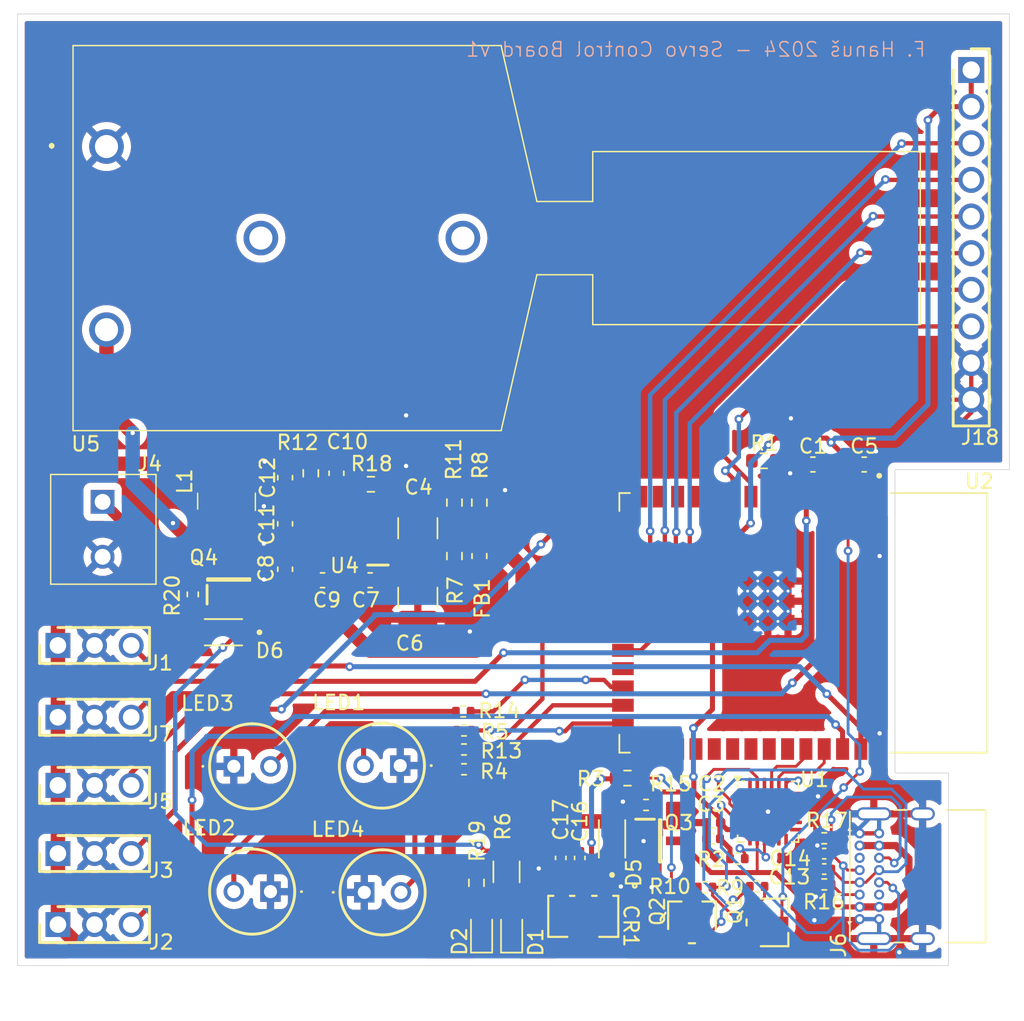
<source format=kicad_pcb>
(kicad_pcb (version 20240108) (generator "pcbnew") (generator_version "8.0")
  (layers (0 "F.Cu" signal) (31 "B.Cu" signal) (34 "B.Paste" user) (35 "F.Paste" user) (36 "B.SilkS" user "B.Silkscreen") (37 "F.SilkS" user "F.Silkscreen") (38 "B.Mask" user) (39 "F.Mask" user) (44 "Edge.Cuts" user))
  (net 0 "")
  (net 1 "/CP_EN")
  (net 2 "/3V3_SYS")
  (net 3 "/USB_DP")
  (net 4 "/USB_DN")
  (net 5 "/VREG")
  (net 6 "/VSRC")
  (net 7 "/SERVO_PMW1")
  (net 8 "/SERVO_PMW2")
  (net 9 "/SERVO_PMW3")
  (net 10 "/SERVO_PMW4")
  (net 12 "/VBUS")
  (net 14 "Net-(J6-CC1)")
  (net 15 "Net-(J6-CC2)")
  (net 16 "/SERVO_PMW5")
  (net 17 "Net-(Q1-E)")
  (net 18 "Net-(Q1-B)")
  (net 19 "Net-(Q2-E)")
  (net 20 "/CP_BOOT")
  (net 21 "Net-(Q2-B)")
  (net 22 "Net-(U1-~{RST})")
  (net 23 "/LED_4")
  (net 24 "/LED_1")
  (net 25 "/LED_2")
  (net 26 "/LED_3")
  (net 27 "/CP_RXD")
  (net 34 "/CP_TXD")
  (net 49 "/VSRC_TERMINAL")
  (net 55 "/VSRC_BAT")
  (net 61 "/SMPS_VIN")
  (net 62 "SYS_GND")
  (net 63 "Net-(U4-INTVcc)")
  (net 64 "Net-(U4-SW1)")
  (net 65 "Net-(U4-BST)")
  (net 66 "Net-(U4-FB1)")
  (net 67 "/5V_SYS")
  (net 68 "Net-(D1-A)")
  (net 69 "Net-(D2-A)")
  (net 70 "Net-(U4-EN{slash}UV)")
  (net 71 "Net-(U4-RT)")
  (net 72 "/PWRGD")
  (net 76 "/IO_P13")
  (net 77 "/IO_P14")
  (net 78 "/IO_P12")
  (net 79 "/IO_P15")
  (net 80 "/IO_P16")
  (net 81 "/IO_P11")
  (net 82 "Net-(LED1-A)")
  (net 83 "Net-(LED2-A)")
  (net 84 "Net-(LED3-A)")
  (net 85 "Net-(LED4-A)")
  (footprint "Snapeda:TNPN_SOT-23_MCC" (layer "F.Cu") (at 69.4944 107.188 -90)
    (property "Reference" "Q1")
    (property "Value" "MMSS8050-H-TP")
  )
  (footprint "Samacsys:SOP50P490X110-17N" (layer "F.Cu") (at 40.2844 80.1624 180)
    (property "Reference" "U4")
    (property "Value" "LT8619" (hide yes))
  )
  (footprint "Inductor_SMD:L_0603_1608Metric" (layer "F.Cu") (at 49.53 81.788 90)
    (property "Reference" "FB1")
    (property "Value" "MAF1608GAD121LTAH0")
  )
  (footprint "Capacitor_SMD:C_0402_1005Metric" (layer "F.Cu") (at 65.7248 101.3864 180)
    (property "Reference" "C3")
    (property "Value" "100n")
  )
  (footprint "Capacitor_SMD:C_0402_1005Metric" (layer "F.Cu") (at 73.4296 103.4889 180)
    (property "Reference" "C13")
    (property "Value" "22p")
  )
  (footprint "Samacsys:TLHG5420ASZ" (layer "F.Cu") (at 41.5544 105.1052 180)
    (property "Reference" "LED4")
    (property "Value" "TLHG5420-ASZ" (hide yes))
  )
  (footprint "Capacitor_SMD:C_1210_3225Metric" (layer "F.Cu") (at 45.2628 79.8576 90)
    (property "Reference" "C4")
    (property "Value" "10uF 100V")
  )
  (footprint "Capacitor_SMD:C_0603_1608Metric" (layer "F.Cu") (at 36.068 76.3524 90)
    (property "Reference" "C12")
    (property "Value" "10uF 25V")
  )
  (footprint "Resistor_SMD:R_0402_1005Metric" (layer "F.Cu") (at 73.4296 101.3553 180)
    (property "Reference" "R17")
    (property "Value" "5k1")
  )
  (footprint "Samacsys:1727010" (layer "F.Cu") (at 23.4188 78.0288 -90)
    (property "Reference" "J4")
    (property "Value" "1727010" (hide yes))
  )
  (footprint "Capacitor_SMD:C_0603_1608Metric" (layer "F.Cu") (at 72.644 75.438 180)
    (property "Reference" "C1")
    (property "Value" "1uF")
  )
  (footprint "Resistor_SMD:R_0402_1005Metric" (layer "F.Cu") (at 29.6672 84.4464 -90)
    (property "Reference" "R20")
    (property "Value" "10k")
  )
  (footprint "Capacitor_SMD:C_0402_1005Metric" (layer "F.Cu") (at 55.1688 102.7176 90)
    (property "Reference" "C17")
    (property "Value" "10u")
  )
  (footprint "Package_DFN_QFN:QFN-24-1EP_4x4mm_P0.5mm_EP2.6x2.6mm" (layer "F.Cu") (at 69.5348 99.5068)
    (property "Reference" "U1")
    (property "Value" "CP2102N-A02-GQFN24R ")
  )
  (footprint "Capacitor_SMD:C_0603_1608Metric" (layer "F.Cu") (at 36.068 82.7024 -90)
    (property "Reference" "C8")
    (property "Value" "1uF")
  )
  (footprint "Resistor_SMD:R_0603_1608Metric" (layer "F.Cu") (at 37.846 76.0476 -90)
    (property "Reference" "R12")
    (property "Value" "82k")
  )
  (footprint "Capacitor_SMD:C_0402_1005Metric" (layer "F.Cu") (at 56.4896 102.7176 90)
    (property "Reference" "C16")
    (property "Value" "22u")
  )
  (footprint "Snapeda:TNPN_SOT-23_MCC" (layer "F.Cu") (at 64.262 107.188)
    (property "Reference" "Q2")
    (property "Value" "MMSS8050-H-TP")
  )
  (footprint "Resistor_SMD:R_0402_1005Metric" (layer "F.Cu") (at 48.4652 96.5708 180)
    (property "Reference" "R4")
    (property "Value" "270R")
  )
  (footprint "Resistor_SMD:R_0402_1005Metric" (layer "F.Cu") (at 68.7812 104.6988)
    (property "Reference" "R9")
    (property "Value" "10k")
  )
  (footprint "Capacitor_SMD:C_0402_1005Metric" (layer "F.Cu") (at 65.7248 100.2688 180)
    (property "Reference" "C2")
    (property "Value" "100n")
  )
  (footprint "Resistor_SMD:R_0402_1005Metric" (layer "F.Cu") (at 61.0788 99.0448 180)
    (property "Reference" "R15")
    (property "Value" "10k")
  )
  (footprint "LED_SMD:LED_0603_1608Metric" (layer "F.Cu") (at 49.6824 107.7956 90)
    (property "Reference" "D2")
    (property "Value" "LED")
  )
  (footprint "Samacsys:HDRV3W66P0X254_1X3_762X249X1042P" (layer "F.Cu") (at 20.32 102.4128)
    (property "Reference" "J3")
    (property "Value" "22-28-4034" (hide yes))
  )
  (footprint "Snapeda:SOT89_AZ1117_DIO" (layer "F.Cu") (at 56.7309 106.7689 180)
    (property "Reference" "CR1")
    (property "Value" "AZ1117CR-3.3TRG1")
  )
  (footprint "Samacsys:SHDR10W70P0X254_1X10_2580X250X865P" (layer "F.Cu") (at 83.6168 48.085 -90)
    (property "Reference" "J18")
    (property "Value" "M20-7821042" (hide yes))
  )
  (footprint "Resistor_SMD:R_0603_1608Metric" (layer "F.Cu") (at 49.53 78.0796 90)
    (property "Reference" "R8")
    (property "Value" "66k5")
  )
  (footprint "Resistor_SMD:R_1206_3216Metric" (layer "F.Cu") (at 51.4096 103.6828 -90)
    (property "Reference" "R6")
    (property "Value" "2k7")
  )
  (footprint "Resistor_SMD:R_0603_1608Metric" (layer "F.Cu") (at 47.8028 78.0796 -90)
    (property "Reference" "R11")
    (property "Value" "100k")
  )
  (footprint "Samacsys:NRS4018T100MDGJ" (layer "F.Cu") (at 32.004 78.0288 90)
    (property "Reference" "L1")
    (property "Value" "10uH" (hide yes))
  )
  (footprint "Resistor_SMD:R_0402_1005Metric" (layer "F.Cu") (at 48.4124 92.5576 180)
    (property "Reference" "R14")
    (property "Value" "270R")
  )
  (footprint "Snapeda:PMEG3020EH_115_DIO_PMEG3020EH_115" (layer "F.Cu") (at 58.7248 101.3968 90)
    (property "Reference" "D5")
    (property "Value" "PMEG3020EH_115")
  )
  (footprint "Samacsys:HDRV3W66P0X254_1X3_762X249X1042P" (layer "F.Cu") (at 20.32 107.3404)
    (property "Reference" "J2")
    (property "Value" "22-28-4034" (hide yes))
  )
  (footprint "Resistor_SMD:R_0603_1608Metric" (layer "F.Cu") (at 47.8028 81.788 90)
    (property "Reference" "R7")
    (property "Value" "10k")
  )
  (footprint "Samacsys:TLHG5420ASZ" (layer "F.Cu") (at 35.052 105.0544)
    (property "Reference" "LED2")
    (property "Value" "TLHG5420-ASZ" (hide yes))
  )
  (footprint "Snapeda:PMEG3020EH_115_DIO_PMEG3020EH_115" (layer "F.Cu") (at 31.7915 87.0712 180)
    (property "Reference" "D6")
    (property "Value" "PMEG3020EH_115")
  )
  (footprint "Samacsys:HDRV3W66P0X254_1X3_762X249X1042P" (layer "F.Cu") (at 20.32 87.9856)
    (property "Reference" "J1")
    (property "Value" "22-28-4034" (hide yes))
  )
  (footprint "Samacsys:HDRV3W66P0X254_1X3_762X249X1042P" (layer "F.Cu") (at 20.32 92.964)
    (property "Reference" "J7")
    (property "Value" "22-28-4034" (hide yes))
  )
  (footprint "Samacsys:BX0033" (layer "F.Cu") (at 21.3864 59.7408)
    (property "Reference" "U5")
    (property "Value" "BX0033" (hide yes))
  )
  (footprint "LED_SMD:LED_0603_1608Metric" (layer "F.Cu") (at 51.7652 107.7976 90)
    (property "Reference" "D1")
    (property "Value" "LED")
  )
  (footprint "Resistor_SMD:R_0402_1005Metric" (layer "F.Cu") (at 48.4632 93.8784 180)
    (property "Reference" "R5")
    (property "Value" "270R")
  )
  (footprint "Samacsys:HDRV3W66P0X254_1X3_762X249X1042P" (layer "F.Cu") (at 20.32 97.6884)
    (property "Reference" "J5")
    (property "Value" "22-28-4034" (hide yes))
  )
  (footprint "Resistor_SMD:R_0402_1005Metric" (layer "F.Cu") (at 67.4116 102.7684)
    (property "Reference" "R2")
    (property "Value" "10k")
  )
  (footprint "Capacitor_SMD:C_1210_3225Metric" (layer "F.Cu") (at 45.2628 84.6836 -90)
    (property "Reference" "C6")
    (property "Value" "10uF 100V")
  )
  (footprint "Resistor_SMD:R_0402_1005Metric" (layer "F.Cu") (at 65.1764 104.7496 180)
    (property "Reference" "R10")
    (property "Value" "10k")
  )
  (footprint "Resistor_SMD:R_0603_1608Metric" (layer "F.Cu") (at 69.2404 75.184 180)
    (property "Reference" "R1")
    (property "Value" "10k")
  )
  (footprint "Samacsys:SOT95P237X112-3N" (layer "F.Cu") (at 32.1564 83.4136 90)
    (property "Reference" "Q4")
    (property "Value" "SQ2361AEES-T1_GE3" (hide yes))
  )
  (footprint "Resistor_SMD:R_0603_1608Metric" (layer "F.Cu") (at 49.3268 104.4448 90)
    (property "Reference" "R19")
    (property "Value" "270R")
  )
  (footprint "Capacitor_SMD:C_0603_1608Metric" (layer "F.Cu") (at 76.2 75.438)
    (property "Reference" "C5")
    (property "Value" "100nF 100V")
  )
  (footprint "Samacsys:TLHG5420ASZ" (layer "F.Cu") (at 44.0436 96.3168)
    (property "Reference" "LED1")
    (property "Value" "TLHG5420-ASZ" (hide yes))
  )
  (footprint "Capacitor_SMD:C_0402_1005Metric" (layer "F.Cu") (at 73.4296 102.4221 180)
    (property "Reference" "C14")
    (property "Value" "22p")
  )
  (footprint "Capacitor_SMD:C_0603_1608Metric" (layer "F.Cu") (at 41.9608 83.4644 180)
    (property "Reference" "C7")
    (property "Value" "100nF 100V")
  )
  (footprint "Connector_USB:USB_C_Receptacle_GCT_USB4085" (layer "F.Cu") (at 75.8834 106.9626 90)
    (property "Reference" "J6")
    (property "Value" "USB_C_Receptacle_USB2.0")
  )
  (footprint "Resistor_SMD:R_0402_1005Metric" (layer "F.Cu") (at 48.4632 95.1992 180)
    (property "Reference" "R13")
    (property "Value" "270R")
  )
  (footprint "Capacitor_SMD:C_0603_1608Metric" (layer "F.Cu") (at 36.068 79.5528 -90)
    (property "Reference" "C11")
    (property "Value" "10uF 25V")
  )
  (footprint "Snapeda:ESP32-S3-WROOM-1-N8R8_XCVR_ESP32S3WROOM1N8R8" (layer "F.Cu") (at 71.9796 86.4185 -90)
    (property "Reference" "U2")
    (property "Value" "ESP32-S3-WROOM-1-N8R8")
  )
  (footprint "Samacsys:SOT95P237X112-3N" (layer "F.Cu") (at 62.0608 101.534)
    (property "Reference" "Q3")
    (property "Value" "SQ2361AEES-T1_GE3" (hide yes))
  )
  (footprint "Resistor_SMD:R_0603_1608Metric" (layer "F.Cu") (at 59.7944 97.1837)
    (property "Reference" "R3")
    (property "Value" "10k")
  )
  (footprint "Resistor_SMD:R_0603_1608Metric" (layer "F.Cu") (at 42.0116 76.8096)
    (property "Reference" "R18")
    (property "Value" "16k")
  )
  (footprint "Resistor_SMD:R_0402_1005Metric" (layer "F.Cu") (at 73.4296 104.5557 180)
    (property "Reference" "R16")
    (property "Value" "5k1")
  )
  (footprint "Capacitor_SMD:C_0603_1608Metric" (layer "F.Cu") (at 39.624 76.0476 90)
    (property "Reference" "C10")
    (property "Value" "10pF")
  )
  (footprint "Samacsys:TLHG5420ASZ" (layer "F.Cu") (at 32.512 96.3676 180)
    (property "Reference" "LED3")
    (property "Value" "TLHG5420-ASZ" (hide yes))
  )
  (footprint "Capacitor_SMD:C_0603_1608Metric" (layer "F.Cu") (at 38.6588 83.4644)
    (property "Reference" "C9")
    (property "Value" "100nF 100V")
  )
  (gr_line (start 86.2584 44.196) (end 17.526 44.196) (stroke (width 0.05)) (layer "Edge.Cuts"))
  (gr_line (start 82.042 96.8248) (end 78.3336 96.8248) (stroke (width 0.05)) (layer "Edge.Cuts"))
  (gr_line (start 86.2584 75.7936) (end 86.2584 44.196) (stroke (width 0.05)) (layer "Edge.Cuts"))
  (gr_line (start 17.526 110.1852) (end 82.042 110.1852) (stroke (width 0.05)) (layer "Edge.Cuts"))
  (gr_line (start 82.042 110.1852) (end 82.042 96.8248) (stroke (width 0.05)) (layer "Edge.Cuts"))
  (gr_line (start 17.526 44.196) (end 17.526 110.1852) (stroke (width 0.05)) (layer "Edge.Cuts"))
  (gr_line (start 78.3336 75.7936) (end 86.2584 75.7936) (stroke (width 0.05)) (layer "Edge.Cuts"))
  (gr_line (start 78.3336 96.8248) (end 78.3336 75.7936) (stroke (width 0.05)) (layer "Edge.Cuts"))
  (gr_text "F. Hanuš 2024 - Servo Control Board v1" (at 80.518 47.244 0) (layer "B.SilkS") (effects (font (size 1 1) (thickness 0.1)) (justify left bottom mirror)))
  (segment (start 70.4977 105.4735) (end 70.5612 105.41) (width 0.2) (layer "F.Cu") (net 1))
  (segment (start 74.6996 77.6685) (end 74.6996 76.7186) (width 0.2) (layer "F.Cu") (net 1))
  (segment (start 69.913 75.3872) (end 70.929 74.3712) (width 0.2) (layer "F.Cu") (net 1))
  (segment (start 70.4977 107.188) (end 70.4977 105.4735) (width 0.2) (layer "F.Cu") (net 1))
  (segment (start 75.0824 81.4324) (end 75.0824 79.248) (width 0.2) (layer "F.Cu") (net 1))
  (segment (start 73.419 74.9938) (end 73.419 75.438) (width 0.2) (layer "F.Cu") (net 1))
  (segment (start 74.6996 76.7186) (end 73.419 75.438) (width 0.2) (layer "F.Cu") (net 1))
  (segment (start 70.929 74.3712) (end 72.7964 74.3712) (width 0.2) (layer "F.Cu") (net 1))
  (segment (start 75.8952 96.7232) (end 74.7776 97.8408) (width 0.2) (layer "F.Cu") (net 1))
  (segment (start 75.0824 79.248) (end 74.6996 78.8652) (width 0.2) (layer "F.Cu") (net 1))
  (segment (start 72.7964 74.3712) (end 73.419 74.9938) (width 0.2) (layer "F.Cu") (net 1))
  (segment (start 74.6996 78.8652) (end 74.6996 77.6685) (width 0.2) (layer "F.Cu") (net 1))
  (via (at 74.7776 97.8408) (size 0.6) (drill 0.3) (layers "F.Cu" "B.Cu") (net 1))
  (via (at 75.0824 81.4324) (size 0.6) (drill 0.3) (layers "F.Cu" "B.Cu") (net 1))
  (via (at 75.8952 96.7232) (size 0.6) (drill 0.3) (layers "F.Cu" "B.Cu") (net 1))
  (via (at 70.5612 105.41) (size 0.6) (drill 0.3) (layers "F.Cu" "B.Cu") (net 1))
  (segment (start 74.7268 97.9424) (end 74.7776 97.8916) (width 0.2) (layer "B.Cu") (net 1))
  (segment (start 70.5612 102.108) (end 74.7268 97.9424) (width 0.2) (layer "B.Cu") (net 1))
  (segment (start 75.8952 94.902587) (end 75.0824 94.089787) (width 0.2) (layer "B.Cu") (net 1))
  (segment (start 75.0824 94.089787) (end 75.0824 81.4324) (width 0.2) (layer "B.Cu") (net 1))
  (segment (start 75.8952 96.7232) (end 75.8952 94.902587) (width 0.2) (layer "B.Cu") (net 1))
  (segment (start 74.7776 97.8916) (end 74.7776 97.8408) (width 0.2) (layer "B.Cu") (net 1))
  (segment (start 70.5612 105.41) (end 70.5612 102.108) (width 0.2) (layer "B.Cu") (net 1))
  (segment (start 68.263 75.3872) (end 69.5645 74.0857) (width 0.35) (layer "F.Cu") (net 2))
  (segment (start 64.391599 98.1456) (end 64.391599 97.106799) (width 0.35) (layer "F.Cu") (net 2))
  (segment (start 64.3636 93.726) (end 65.6844 92.4052) (width 0.35) (layer "F.Cu") (net 2))
  (segment (start 58.9694 97.5774) (end 58.9694 97.1837) (width 0.35) (layer "F.Cu") (net 2))
  (segment (start 67.5973 100.7568) (end 67.5973 100.2568) (width 0.35) (layer "F.Cu") (net 2))
  (segment (start 56.6928 104.7877) (end 56.7309 104.8258) (width 0.35) (layer "F.Cu") (net 2))
  (segment (start 83.6168 48.085) (end 83.6168 50.625) (width 0.35) (layer "F.Cu") (net 2))
  (segment (start 58.9219 97.2312) (end 58.9694 97.1837) (width 0.35) (layer "F.Cu") (net 2))
  (segment (start 66.9016 102.7684) (end 66.9016 102.0832) (width 0.35) (layer "F.Cu") (net 2))
  (segment (start 64.391599 98.1456) (end 59.5376 98.1456) (width 0.35) (layer "F.Cu") (net 2))
  (segment (start 65.6844 92.4052) (end 65.6844 82.1436) (width 0.35) (layer "F.Cu") (net 2))
  (segment (start 73.901 73.914) (end 75.425 75.438) (width 0.35) (layer "F.Cu") (net 2))
  (segment (start 80.6196 51.5112) (end 80.6196 51.562) (width 0.35) (layer "F.Cu") (net 2))
  (segment (start 67.5973 100.7568) (end 66.6928 100.7568) (width 0.35) (layer "F.Cu") (net 2))
  (segment (start 59.5376 98.1456) (end 58.9694 97.5774) (width 0.35) (layer "F.Cu") (net 2))
  (segment (start 66.407 100.471) (end 66.407 100.161001) (width 0.35) (layer "F.Cu") (net 2))
  (segment (start 66.407 100.471) (end 66.2048 100.2688) (width 0.35) (layer "F.Cu") (net 2))
  (segment (start 81.5058 50.625) (end 83.6168 50.625) (width 0.35) (layer "F.Cu") (net 2))
  (segment (start 68.2848 101.4443) (end 67.5973 100.7568) (width 0.35) (layer "F.Cu") (net 2))
  (segment (start 66.2048 100.2688) (end 66.2048 101.3864) (width 0.35) (layer "F.Cu") (net 2))
  (segment (start 66.407 100.161001) (end 64.391599 98.1456) (width 0.35) (layer "F.Cu") (net 2))
  (segment (start 57.3024 102.6702) (end 56.775 103.1976) (width 0.35) (layer "F.Cu") (net 2))
  (segment (start 65.6844 82.1436) (end 68.326 79.502) (width 0.35) (layer "F.Cu") (net 2))
  (segment (start 75.9696 77.6685) (end 75.9696 75.9826) (width 0.35) (layer "F.Cu") (net 2))
  (segment (start 73.5962 73.6092) (end 73.901 73.914) (width 0.35) (layer "F.Cu") (net 2))
  (segment (start 66.6928 100.7568) (end 66.407 100.471) (width 0.35) (layer "F.Cu") (net 2))
  (segment (start 56.6928 103.1976) (end 56.6928 104.7877) (width 0.35) (layer "F.Cu") (net 2))
  (segment (start 57.9628 97.2312) (end 58.9219 97.2312) (width 0.35) (layer "F.Cu") (net 2))
  (segment (start 56.775 103.1976) (end 56.6928 103.1976) (width 0.35) (layer "F.Cu") (net 2))
  (segment (start 75.9696 75.9826) (end 75.425 75.438) (width 0.35) (layer "F.Cu") (net 2))
  (segment (start 80.6196 51.5112) (end 81.5058 50.625) (width 0.35) (layer "F.Cu") (net 2))
  (segment (start 57.3024 101.6508) (end 57.3024 102.6702) (width 0.35) (layer "F.Cu") (net 2))
  (segment (start 64.391599 97.106799) (end 64.3636 97.0788) (width 0.35) (layer "F.Cu") (net 2))
  (segment (start 66.9016 102.0832) (end 66.2048 101.3864) (width 0.35) (layer "F.Cu") (net 2))
  (segment (start 70.041 73.6092) (end 73.5962 73.6092) (width 0.35) (layer "F.Cu") (net 2))
  (segment (start 69.5645 74.0857) (end 70.041 73.6092) (width 0.35) (layer "F.Cu") (net 2))
  (via (at 73.901 73.914) (size 0.6) (drill 0.3) (layers "F.Cu" "B.Cu") (net 2))
  (via (at 68.326 79.502) (size 0.6) (drill 0.3) (layers "F.Cu" "B.Cu") (net 2))
  (via (at 57.9628 97.2312) (size 0.6) (drill 0.3) (layers "F.Cu" "B.Cu") (net 2))
  (via (at 64.3636 93.726) (size 0.6) (drill 0.3) (layers "F.Cu" "B.Cu") (net 2))
  (via (at 80.6196 51.562) (size 0.6) (drill 0.3) (layers "F.Cu" "B.Cu") (net 2))
  (via (at 64.3636 97.0788) (size 0.6) (drill 0.3) (layers "F.Cu" "B.Cu") (net 2))
  (via (at 57.3024 101.6508) (size 0.6) (drill 0.3) (layers "F.Cu" "B.Cu") (net 2))
  (via (at 69.5645 74.0857) (size 0.6) (drill 0.3) (layers "F.Cu" "B.Cu") (net 2))
  (segment (start 57.3024 97.8916) (end 57.9628 97.2312) (width 0.35) (layer "B.Cu") (net 2))
  (segment (start 64.3636 97.0788) (end 64.3636 93.726) (width 0.35) (layer "B.Cu") (net 2))
  (segment (start 78.2828 73.6092) (end 74.2058 73.6092) (width 0.35) (layer "B.Cu") (net 2))
  (segment (start 57.3024 101.6508) (end 57.3024 97.8916) (width 0.35) (layer "B.Cu") (net 2))
  (segment (start 80.6196 71.2724) (end 78.2828 73.6092) (width 0.35) (layer "B.Cu") (net 2))
  (segment (start 80.6196 51.562) (end 80.6196 71.2724) (width 0.35) (layer "B.Cu") (net 2))
  (segment (start 74.2058 73.6092) (end 73.901 73.914) (width 0.35) (layer "B.Cu") (net 2))
  (segment (start 68.326 75.3242) (end 68.326 79.502) (width 0.35) (layer "B.Cu") (net 2))
  (segment (start 69.5645 74.0857) (end 68.326 75.3242) (width 0.35) (layer "B.Cu") (net 2))
  (segment (start 74.8333 104.4126) (end 75.8834 104.4126) (width 0.2) (layer "F.Cu") (net 3))
  (segment (start 75.8834 104.4126) (end 76.314161 104.4126) (width 0.2) (layer "F.Cu") (net 3))
  (segment (start 66.0908 97.8916) (end 66.8848 98.6856) (width 0.2) (layer "F.Cu") (net 3))
  (segment (start 77.164161 103.5626) (end 77.2334 103.5626) (width 0.2) (layer "F.Cu") (net 3))
  (segment (start 66.8848 98.6856) (end 66.8848 98.971186) (width 0.2) (layer "F.Cu") (net 3))
  (segment (start 76.314161 104.4126) (end 77.164161 103.5626) (width 0.2) (layer "F.Cu") (net 3))
  (segment (start 73.9096 103.4889) (end 74.8333 104.4126) (width 0.2) (layer "F.Cu") (net 3))
  (segment (start 66.0908 97.1804) (end 66.0908 97.8916) (width 0.2) (layer "F.Cu") (net 3))
  (segment (start 66.8848 98.971186) (end 67.170414 99.2568) (width 0.2) (layer "F.Cu") (net 3))
  (segment (start 67.170414 99.2568) (end 67.5973 99.2568) (width 0.2) (layer "F.Cu") (net 3))
  (via (at 66.0908 97.1804) (size 0.6) (drill 0.3) (layers "F.Cu" "B.Cu") (net 3))
  (segment (start 79.0934 103.111129) (end 79.0934 98.949314) (width 0.2) (layer "B.Cu") (net 3))
  (segment (start 77.2334 103.5626) (end 77.344 103.6732) (width 0.2) (layer "B.Cu") (net 3))
  (segment (start 66.6496 96.6216) (end 66.0908 97.1804) (width 0.2) (layer "B.Cu") (net 3))
  (segment (start 77.344 103.6732) (end 78.531329 103.6732) (width 0.2) (layer "B.Cu") (net 3))
  (segment (start 76.1492 97.9424) (end 74.8284 96.6216) (width 0.2) (layer "B.Cu") (net 3))
  (segment (start 78.086486 97.9424) (end 76.1492 97.9424) (width 0.2) (layer "B.Cu") (net 3))
  (segment (start 79.0934 98.949314) (end 78.086486 97.9424) (width 0.2) (layer "B.Cu") (net 3))
  (segment (start 78.531329 103.6732) (end 79.0934 103.111129) (width 0.2) (layer "B.Cu") (net 3))
  (segment (start 74.8284 96.6216) (end 66.6496 96.6216) (width 0.2) (layer "B.Cu") (net 3))
  (segment (start 73.9096 102.4221) (end 74.74535 103.25785) (width 0.2) (layer "F.Cu") (net 4))
  (segment (start 78.1812 104.8004) (end 77.7934 104.4126) (width 0.2) (layer "F.Cu") (net 4))
  (segment (start 66.292753 99.06856) (end 66.980993 99.7568) (width 0.2) (layer "F.Cu") (net 4))
  (segment (start 66.980993 99.7568) (end 67.5973 99.7568) (width 0.2) (layer "F.Cu") (net 4))
  (segment (start 74.74535 103.25785) (end 75.0501 103.5626) (width 0.2) (layer "F.Cu") (net 4))
  (segment (start 77.7934 104.4126) (end 77.2334 104.4126) (width 0.2) (layer "F.Cu") (net 4))
  (segment (start 75.0501 103.5626) (end 75.8834 103.5626) (width 0.2) (layer "F.Cu") (net 4))
  (via (at 78.1812 104.8004) (size 0.6) (drill 0.3) (layers "F.Cu" "B.Cu") (net 4))
  (via (at 74.74535 103.25785) (size 0.6) (drill 0.3) (layers "F.Cu" "B.Cu") (net 4))
  (via (at 66.292753 99.06856) (size 0.6) (drill 0.3) (layers "F.Cu" "B.Cu") (net 4))
  (segment (start 72.201871 107.8992) (end 66.292753 101.990082) (width 0.2) (layer "B.Cu") (net 4))
  (segment (start 78.5876 108.458) (end 77.9272 109.1184) (width 0.2) (layer "B.Cu") (net 4))
  (segment (start 78.5876 105.2068) (end 78.5876 108.458) (width 0.2) (layer "B.Cu") (net 4))
  (segment (start 66.292753 101.990082) (end 66.292753 99.06856) (width 0.2) (layer "B.Cu") (net 4))
  (segment (start 74.74535 108.07015) (end 74.74535 106.8324) (width 0.2) (layer "B.Cu") (net 4))
  (segment (start 74.74535 103.25785) (end 74.74535 106.8324) (width 0.2) (layer "B.Cu") (net 4))
  (segment (start 74.74535 106.8324) (end 73.67855 107.8992) (width 0.2) (layer "B.Cu") (net 4))
  (segment (start 78.1812 104.8004) (end 78.5876 105.2068) (width 0.2) (layer "B.Cu") (net 4))
  (segment (start 75.7936 109.1184) (end 74.74535 108.07015) (width 0.2) (layer "B.Cu") (net 4))
  (segment (start 73.67855 107.8992) (end 72.201871 107.8992) (width 0.2) (layer "B.Cu") (net 4))
  (segment (start 77.9272 109.1184) (end 75.7936 109.1184) (width 0.2) (layer "B.Cu") (net 4))
  (segment (start 55.1928 104.7877) (end 55.1928 103.2216) (width 0.35) (layer "F.Cu") (net 5))
  (segment (start 55.2309 104.8258) (end 55.2309 108.8757) (width 0.35) (layer "F.Cu") (net 5))
  (segment (start 58.742 102.9848) (end 60.51 102.9848) (width 0.35) (layer "F.Cu") (net 5))
  (segment (start 55.7784 109.4232) (end 58.8264 109.4232) (width 0.35) (layer "F.Cu") (net 5))
  (segment (start 55.2309 108.8757) (end 55.7784 109.4232) (width 0.35) (layer "F.Cu") (net 5))
  (segment (start 60.51 107.7396) (end 60.51 102.9848) (width 0.35) (layer "F.Cu") (net 5))
  (segment (start 60.51 102.9848) (end 61.0108 102.484) (width 0.35) (layer "F.Cu") (net 5))
  (segment (start 55.1928 103.2216) (end 55.1688 103.1976) (width 0.35) (layer "F.Cu") (net 5))
  (segment (start 58.8264 109.4232) (end 60.51 107.7396) (width 0.35) (layer "F.Cu") (net 5))
  (segment (start 52.5272 85.09) (end 52.5272 82.6008) (width 1) (layer "F.Cu") (net 6))
  (segment (start 33.1915 86.6457) (end 33.1915 87.0712) (width 0.35) (layer "F.Cu") (net 6))
  (segment (start 50.9269 81.0005) (end 49.53 81.0005) (width 1) (layer "F.Cu") (net 6))
  (segment (start 33.1064 86.9861) (end 33.1915 87.0712) (width 1) (layer "F.Cu") (net 6))
  (segment (start 49.276 88.3412) (end 52.5272 85.09) (width 1) (layer "F.Cu") (net 6))
  (segment (start 49.8963 102.2203) (end 49.4792 101.8032) (width 0.3) (layer "F.Cu") (net 6))
  (segment (start 32.8676 87.0712) (end 33.1915 87.0712) (width 0.3) (layer "F.Cu") (net 6))
  (segment (start 41.9608 88.3412) (end 49.276 88.3412) (width 1) (layer "F.Cu") (net 6))
  (segment (start 31.75 88.138) (end 31.8008 88.138) (width 0.3) (layer "F.Cu") (net 6))
  (segment (start 51.4096 102.2203) (end 49.8963 102.2203) (width 0.3) (layer "F.Cu") (net 6))
  (segment (start 52.5272 82.6008) (end 50.9269 81.0005) (width 1) (layer "F.Cu") (net 6))
  (segment (start 33.1064 84.4636) (end 33.1064 85.2424) (width 1) (layer "F.Cu") (net 6))
  (segment (start 38.862 85.2424) (end 41.9608 88.3412) (width 1) (layer "F.Cu") (net 6))
  (segment (start 33.1064 85.2424) (end 33.1064 86.9861) (width 1) (layer "F.Cu") (net 6))
  (segment (start 31.8008 88.138) (end 32.8676 87.0712) (width 0.3) (layer "F.Cu") (net 6))
  (segment (start 33.1064 85.2424) (end 38.862 85.2424) (width 1) (layer "F.Cu") (net 6))
  (via (at 31.75 88.138) (size 0.6) (drill 0.3) (layers "F.Cu" "B.Cu") (net 6))
  (via (at 49.4792 101.8032) (size 0.6) (drill 0.3) (layers "F.Cu" "B.Cu") (net 6))
  (segment (start 31.75 88.138) (end 28.448 91.44) (width 0.3) (layer "B.Cu") (net 6))
  (segment (start 28.448 91.44) (end 28.448 99.6188) (width 0.3) (layer "B.Cu") (net 6))
  (segment (start 28.448 99.6188) (end 30.6324 101.8032) (width 0.3) (layer "B.Cu") (net 6))
  (segment (start 30.6324 101.8032) (end 49.4792 101.8032) (width 0.3) (layer "B.Cu") (net 6))
  (segment (start 40.4876 89.408) (end 40.5384 89.4588) (width 0.35) (layer "F.Cu") (net 7))
  (segment (start 39.0144 89.408) (end 40.4876 89.408) (width 0.35) (layer "F.Cu") (net 7))
  (segment (start 25.4 87.9856) (end 26.8224 89.408) (width 0.35) (layer "F.Cu") (net 7))
  (segment (start 73.6092 91.3384) (end 75.9696 93.6988) (width 0.35) (layer "F.Cu") (net 7))
  (segment (start 75.9696 93.6988) (end 75.9696 95.1685) (width 0.35) (layer "F.Cu") (net 7))
  (segment (start 26.8224 89.408) (end 39.0144 89.408) (width 0.35) (layer "F.Cu") (net 7))
  (via (at 40.5384 89.4588) (size 0.6) (drill 0.3) (layers "F.Cu" "B.Cu") (net 7))
  (via (at 73.6092 91.3384) (size 0.6) (drill 0.3) (layers "F.Cu" "B.Cu") (net 7))
  (segment (start 71.7296 89.4588) (end 73.6092 91.3384) (width 0.35) (layer "B.Cu") (net 7))
  (segment (start 40.5384 89.4588) (end 71.5772 89.4588) (width 0.35) (layer "B.Cu") (net 7))
  (segment (start 71.5772 89.4588) (end 71.7296 89.4588) (width 0.35) (layer "B.Cu") (net 7))
  (segment (start 74.2188 93.472) (end 74.6996 93.9528) (width 0.35) (layer "F.Cu") (net 8))
  (segment (start 25.4 107.3404) (end 29.6164 103.124) (width 0.35) (layer "F.Cu") (net 8))
  (segment (start 74.6996 93.9528) (end 74.6996 95.1685) (width 0.35) (layer "F.Cu") (net 8))
  (segment (start 29.6164 103.124) (end 29.6164 98.7044) (width 0.35) (layer "F.Cu") (net 8))
  (via (at 74.2188 93.472) (size 0.6) (drill 0.3) (layers "F.Cu" "B.Cu") (net 8))
  (via (at 29.6164 98.7044) (size 0.6) (drill 0.3) (layers "F.Cu" "B.Cu") (net 8))
  (segment (start 29.6164 98.7044) (end 29.6164 95.3516) (width 0.35) (layer "B.Cu") (net 8))
  (segment (start 73.66 92.9132) (end 74.2188 93.472) (width 0.35) (layer "B.Cu") (net 8))
  (segment (start 30.6324 94.3356) (end 30.6324 94.2848) (width 0.35) (layer "B.Cu") (net 8))
  (segment (start 35.3568 94.2848) (end 36.7284 92.9132) (width 0.35) (layer "B.Cu") (net 8))
  (segment (start 30.6324 94.2848) (end 35.3568 94.2848) (width 0.35) (layer "B.Cu") (net 8))
  (segment (start 36.7284 92.9132) (end 73.66 92.9132) (width 0.35) (layer "B.Cu") (net 8))
  (segment (start 29.6164 95.3516) (end 30.6324 94.3356) (width 0.35) (layer "B.Cu") (net 8))
  (segment (start 55.3389 79.4335) (end 59.4796 79.4335) (width 0.35) (layer "F.Cu") (net 9))
  (segment (start 53.7972 80.9752) (end 55.3389 79.4335) (width 0.35) (layer "F.Cu") (net 9))
  (segment (start 28.448 95.3516) (end 31.3944 92.4052) (width 0.35) (layer "F.Cu") (net 9))
  (segment (start 25.4 102.4128) (end 28.448 99.3648) (width 0.35) (layer "F.Cu") (net 9))
  (segment (start 31.3944 92.4052) (end 35.814 92.4052) (width 0.35) (layer "F.Cu") (net 9))
  (segment (start 28.448 99.3648) (end 28.448 95.3516) (width 0.35) (layer "F.Cu") (net 9))
  (via (at 53.7972 80.9752) (size 0.6) (drill 0.3) (layers "F.Cu" "B.Cu") (net 9))
  (via (at 35.814 92.4052) (size 0.6) (drill 0.3) (layers "F.Cu" "B.Cu") (net 9))
  (segment (start 53.4416 81.3308) (end 53.7972 80.9752) (width 0.35) (layer "B.Cu") (net 9))
  (segment (start 42.2656 85.852) (end 48.9204 85.852) (width 0.35) (layer "B.Cu") (net 9))
  (segment (start 35.814 92.4052) (end 42.2656 85.9536) (width 0.35) (layer "B.Cu") (net 9))
  (segment (start 48.9204 85.852) (end 53.4416 81.3308) (width 0.35) (layer "B.Cu") (net 9))
  (segment (start 42.2656 85.9536) (end 42.2656 85.852) (width 0.35) (layer "B.Cu") (net 9))
  (segment (start 73.4296 88.3684) (end 73.4296 77.6685) (width 0.35) (layer "F.Cu") (net 10))
  (segment (start 71.2216 90.5764) (end 73.4296 88.3684) (width 0.35) (layer "F.Cu") (net 10))
  (segment (start 25.4 97.6884) (end 25.4 96.8248) (width 0.35) (layer "F.Cu") (net 10))
  (segment (start 25.4 96.8248) (end 30.8864 91.3384) (width 0.35) (layer "F.Cu") (net 10))
  (segment (start 30.8864 91.3384) (end 49.9872 91.3384) (width 0.35) (layer "F.Cu") (net 10))
  (via (at 49.9872 91.3384) (size 0.6) (drill 0.3) (layers "F.Cu" "B.Cu") (net 10))
  (via (at 71.2216 90.5764) (size 0.6) (drill 0.3) (layers "F.Cu" "B.Cu") (net 10))
  (segment (start 70.4596 91.3384) (end 71.2216 90.5764) (width 0.35) (layer "B.Cu") (net 10))
  (segment (start 49.9872 91.3384) (end 70.4596 91.3384) (width 0.35) (layer "B.Cu") (net 10))
  (segment (start 73.8632 106.1212) (end 73.8718 106.1126) (width 0.35) (layer "F.Cu") (net 12))
  (segment (start 73.8718 106.1126) (end 75.8834 106.1126) (width 0.35) (layer "F.Cu") (net 12))
  (segment (start 68.7848 103.6844) (end 68.834 103.7336) (width 0.2) (layer "F.Cu") (net 12))
  (segment (start 78.393 101.8626) (end 77.2334 101.8626) (width 0.5) (layer "F.Cu") (net 12))
  (segment (start 63.1108 101.534) (end 63.3832 101.534) (width 0.35) (layer "F.Cu") (net 12))
  (segment (start 78.1898 106.1126) (end 79.2988 105.0036) (width 0.5) (layer "F.Cu") (net 12))
  (segment (start 75.8834 106.1126) (end 77.2334 106.1126) (width 0.5) (layer "F.Cu") (net 12))
  (segment (start 68.7848 101.4443) (end 68.7848 103.6844) (width 0.2) (layer "F.Cu") (net 12))
  (segment (start 68.834 103.7336) (end 70.0532 103.7336) (width 0.35) (layer "F.Cu") (net 12))
  (segment (start 63.3832 101.534) (end 65.5828 103.7336) (width 0.35) (layer "F.Cu") (net 12))
  (segment (start 77.2334 106.1126) (end 78.1898 106.1126) (width 0.5) (layer "F.Cu") (net 12))
  (segment (start 79.2988 105.0036) (end 79.2988 102.7684) (width 0.5) (layer "F.Cu") (net 12))
  (segment (start 79.2988 102.7684) (end 78.393 101.8626) (width 0.5) (layer "F.Cu") (net 12))
  (segment (start 75.8834 101.8626) (end 77.2334 101.8626) (width 0.5) (layer "F.Cu") (net 12))
  (segment (start 72.4408 106.1212) (end 73.8632 106.1212) (width 0.35) (layer "F.Cu") (net 12))
  (segment (start 65.5828 103.7336) (end 68.834 103.7336) (width 0.35) (layer "F.Cu") (net 12))
  (segment (start 70.0532 103.7336) (end 72.4408 106.1212) (width 0.35) (layer "F.Cu") (net 12))
  (segment (start 74.6465 105.2626) (end 75.8834 105.2626) (width 0.2) (layer "F.Cu") (net 14))
  (segment (start 73.9396 104.5557) (end 74.6465 105.2626) (width 0.2) (layer "F.Cu") (net 14))
  (segment (start 73.914 101.3297) (end 73.9396 101.3553) (width 0.2) (layer "F.Cu") (net 15))
  (segment (start 73.914 100.076) (end 73.914 101.3297) (width 0.2) (layer "F.Cu") (net 15))
  (segment (start 77.2334 102.7126) (end 77.9222 102.7126) (width 0.2) (layer "F.Cu") (net 15))
  (segment (start 77.9222 102.7126) (end 78.2828 103.0732) (width 0.2) (layer "F.Cu") (net 15))
  (via (at 73.914 100.076) (size 0.6) (drill 0.3) (layers "F.Cu" "B.Cu") (net 15))
  (via (at 78.2828 103.0732) (size 0.6) (drill 0.3) (layers "F.Cu" "B.Cu") (net 15))
  (segment (start 78.6892 99.1108) (end 78.0796 98.5012) (width 0.2) (layer "B.Cu") (net 15))
  (segment (start 75.0316 98.5012) (end 73.914 99.6188) (width 0.2) (layer "B.Cu") (net 15))
  (segment (start 78.0796 98.5012) (end 75.0316 98.5012) (width 0.2) (layer "B.Cu") (net 15))
  (segment (start 78.2828 103.0732) (end 78.6892 102.6668) (width 0.2) (layer "B.Cu") (net 15))
  (segment (start 73.914 99.6188) (end 73.914 100.076) (width 0.2) (layer "B.Cu") (net 15))
  (segment (start 78.6892 102.6668) (end 78.6892 99.1108) (width 0.2) (layer "B.Cu") (net 15))
  (segment (start 72.1868 79.3496) (end 72.1868 77.6957) (width 0.35) (layer "F.Cu") (net 16))
  (segment (start 49.2252 90.4748) (end 51.2064 88.4936) (width 0.35) (layer "F.Cu") (net 16))
  (segment (start 72.1868 77.6957) (end 72.1596 77.6685) (width 0.35) (layer "F.Cu") (net 16))
  (segment (start 25.4 92.964) (end 27.8892 90.4748) (width 0.35) (layer "F.Cu") (net 16))
  (segment (start 27.8892 90.4748) (end 49.2252 90.4748) (width 0.35) (layer "F.Cu") (net 16))
  (via (at 72.1868 79.3496) (size 0.6) (drill 0.3) (layers "F.Cu" "B.Cu") (net 16))
  (via (at 51.2064 88.4936) (size 0.6) (drill 0.3) (layers "F.Cu" "B.Cu") (net 16))
  (segment (start 68.7832 88.4936) (end 69.6468 87.63) (width 0.35) (layer "B.Cu") (net 16))
  (segment (start 71.8312 87.63) (end 72.1868 87.2744) (width 0.35) (layer "B.Cu") (net 16))
  (segment (start 69.6468 87.63) (end 71.8312 87.63) (width 0.35) (layer "B.Cu") (net 16))
  (segment (start 51.2064 88.4936) (end 68.7832 88.4936) (width 0.35) (layer "B.Cu") (net 16))
  (segment (start 72.1868 87.2744) (end 72.1868 79.3496) (width 0.35) (layer "B.Cu") (net 16))
  (segment (start 71.628 97.3676) (end 70.9865 97.3676) (width 0.2) (layer "F.Cu") (net 17))
  (segment (start 65.6864 104.7496) (end 66.5988 104.7496) (width 0.2) (layer "F.Cu") (net 17))
  (segment (start 68.4911 108.1278) (end 65.6864 105.3231) (width 0.2) (layer "F.Cu") (net 17))
  (segment (start 65.6864 105.3231) (end 65.6864 104.7496) (width 0.2) (layer "F.Cu") (net 17))
  (segment (start 70.9865 97.3676) (end 70.7848 97.5693) (width 0.2) (layer "F.Cu") (net 17))
  (segment (start 66.5988 104.7496) (end 66.6496 104.6988) (width 0.2) (layer "F.Cu") (net 17))
  (via (at 66.6496 104.6988) (size 0.6) (drill 0.3) (layers "F.Cu" "B.Cu") (net 17))
  (via (at 71.628 97.3676) (size 0.6) (drill 0.3) (layers "F.Cu" "B.Cu") (net 17))
  (segment (start 66.6496 104.6988) (end 66.6496 103.1748) (width 0.2) (layer "B.Cu") (net 17))
  (segment (start 67.230784 97.282) (end 71.5424 97.282) (width 0.2) (layer "B.Cu") (net 17))
  (segment (start 71.5424 97.282) (end 71.628 97.3676) (width 0.2) (layer "B.Cu") (net 17))
  (segment (start 65.4812 99.031584) (end 67.230784 97.282) (width 0.2) (layer "B.Cu") (net 17))
  (segment (start 65.4812 102.0064) (end 65.4812 99.031584) (width 0.2) (layer "B.Cu") (net 17))
  (segment (start 66.6496 103.1748) (end 65.4812 102.0064) (width 0.2) (layer "B.Cu") (net 17))
  (segment (start 69.2912 105.4481) (end 69.2912 104.6988) (width 0.2) (layer "F.Cu") (net 18))
  (segment (start 68.4911 106.2482) (end 69.2912 105.4481) (width 0.2) (layer "F.Cu") (net 18))
  (segment (start 68.7848 97.5693) (end 68.7848 97.142414) (width 0.2) (layer "F.Cu") (net 19))
  (segment (start 67.1068 105.6132) (end 67.3568 105.6132) (width 0.2) (layer "F.Cu") (net 19))
  (segment (start 68.222786 96.5804) (end 65.7764 96.5804) (width 0.2) (layer "F.Cu") (net 19))
  (segment (start 65.278 97.0788) (end 65.278 97.2312) (width 0.2) (layer "F.Cu") (net 19))
  (segment (start 65.2018 108.1913) (end 65.2399 108.1913) (width 0.2) (layer "F.Cu") (net 19))
  (segment (start 65.7764 96.5804) (end 65.278 97.0788) (width 0.2) (layer "F.Cu") (net 19))
  (segment (start 65.2399 108.1913) (end 66.294 107.1372) (width 0.2) (layer "F.Cu") (net 19))
  (segment (start 67.3568 105.6132) (end 68.2712 104.6988) (width 0.2) (layer "F.Cu") (net 19))
  (segment (start 68.7848 97.142414) (end 68.222786 96.5804) (width 0.2) (layer "F.Cu") (net 19))
  (via (at 65.278 97.2312) (size 0.6) (drill 0.3) (layers "F.Cu" "B.Cu") (net 19))
  (via (at 66.294 107.1372) (size 0.6) (drill 0.3) (layers "F.Cu" "B.Cu") (net 19))
  (via (at 67.1068 105.6132) (size 0.6) (drill 0.3) (layers "F.Cu" "B.Cu") (net 19))
  (segment (start 66.7258 105.9942) (end 67.1068 105.6132) (width 0.2) (layer "B.Cu") (net 19))
  (segment (start 65.0812 104.3496) (end 66.7258 105.9942) (width 0.2) (layer "B.Cu") (net 19))
  (segment (start 65.0812 97.428) (end 65.0812 104.3496) (width 0.2) (layer "B.Cu") (net 19))
  (segment (start 66.294 106.426) (end 66.7258 105.9942) (width 0.2) (layer "B.Cu") (net 19))
  (segment (start 66.294 107.1372) (end 66.294 106.426) (width 0.2) (layer "B.Cu") (net 19))
  (segment (start 65.278 97.2312) (end 65.0812 97.428) (width 0.2) (layer "B.Cu") (net 19))
  (segment (start 62.8396 104.2924) (end 62.8396 103.378) (width 0.2) (layer "F.Cu") (net 20))
  (segment (start 62.1284 97.1804) (end 60.6227 97.1804) (width 0.2) (layer "F.Cu") (net 20))
  (segment (start 64.262 106.1847) (end 64.262 105.7148) (width 0.2) (layer "F.Cu") (net 20))
  (segment (start 64.262 105.7148) (end 62.8396 104.2924) (width 0.2) (layer "F.Cu") (net 20))
  (segment (start 60.6194 95.2787) (end 60.7296 95.1685) (width 0.2) (layer "F.Cu") (net 20))
  (segment (start 60.6194 97.1837) (end 60.6194 95.2787) (width 0.2) (layer "F.Cu") (net 20))
  (segment (start 60.6227 97.1804) (end 60.6194 97.1837) (width 0.2) (layer "F.Cu") (net 20))
  (via (at 62.1284 97.1804) (size 0.6) (drill 0.3) (layers "F.Cu" "B.Cu") (net 20))
  (via (at 62.8396 103.378) (size 0.6) (drill 0.3) (layers "F.Cu" "B.Cu") (net 20))
  (segment (start 62.8396 97.8916) (end 62.1284 97.1804) (width 0.2) (layer "B.Cu") (net 20))
  (segment (start 62.8396 103.378) (end 62.8396 97.8916) (width 0.2) (layer "B.Cu") (net 20))
  (segment (start 64.3255 107.188) (end 65.024 107.188) (width 0.2) (layer "F.Cu") (net 21))
  (segment (start 64.6664 105.069599) (end 64.6664 104.7496) (width 0.2) (layer "F.Cu") (net 21))
  (segment (start 65.024 107.188) (end 65.3796 106.8324) (width 0.2) (layer "F.Cu") (net 21))
  (segment (start 65.3796 106.8324) (end 65.3796 105.782799) (width 0.2) (layer "F.Cu") (net 21))
  (segment (start 63.3222 108.1913) (end 64.3255 107.188) (width 0.2) (layer "F.Cu") (net 21))
  (segment (start 65.3796 105.782799) (end 64.6664 105.069599) (width 0.2) (layer "F.Cu") (net 21))
  (segment (start 67.9216 102.40014) (end 67.575991 102.054531) (width 0.2) (layer "F.Cu") (net 22))
  (segment (start 69.3848 102.6668) (end 69.2848 102.5668) (width 0.2) (layer "F.Cu") (net 22))
  (segment (start 67.9216 102.7684) (end 67.9216 102.40014) (width 0.2) (layer "F.Cu") (net 22))
  (segment (start 69.2848 102.5668) (end 69.2848 101.4443) (width 0.2) (layer "F.Cu") (net 22))
  (via (at 69.3848 102.6668) (size 0.6) (drill 0.3) (layers "F.Cu" "B.Cu") (net 22))
  (via (at 67.575991 102.054531) (size 0.6) (drill 0.3) (layers "F.Cu" "B.Cu") (net 22))
  (segment (start 67.68026 102.1588) (end 68.8768 102.1588) (width 0.2) (layer "B.Cu") (net 22))
  (segment (start 67.575991 102.054531) (end 67.68026 102.1588) (width 0.2) (layer "B.Cu") (net 22))
  (segment (start 68.8768 102.1588) (end 69.3848 102.6668) (width 0.2) (layer "B.Cu") (net 22))
  (segment (start 50.1904 96.5708) (end 54.6277 92.1335) (width 0.3) (layer "F.Cu") (net 23))
  (segment (start 48.9752 96.5708) (end 50.1904 96.5708) (width 0.3) (layer "F.Cu") (net 23))
  (segment (start 54.6277 92.1335) (end 59.4796 92.1335) (width 0.3) (layer "F.Cu") (net 23))
  (segment (start 55.0672 93.9292) (end 55.4736 93.9292) (width 0.3) (layer "F.Cu") (net 24))
  (segment (start 55.9993 93.4035) (end 59.4796 93.4035) (width 0.3) (layer "F.Cu") (net 24))
  (segment (start 48.9732 93.8784) (end 50.292 93.8784) (width 0.3) (layer "F.Cu") (net 24))
  (segment (start 55.4736 93.9292) (end 55.9993 93.4035) (width 0.3) (layer "F.Cu") (net 24))
  (via (at 55.0672 93.9292) (size 0.6) (drill 0.3) (layers "F.Cu" "B.Cu") (net 24))
  (via (at 50.292 93.8784) (size 0.6) (drill 0.3) (layers "F.Cu" "B.Cu") (net 24))
  (segment (start 55.0164 93.8784) (end 55.0672 93.9292) (width 0.3) (layer "B.Cu") (net 24))
  (segment (start 50.292 93.8784) (end 55.0164 93.8784) (width 0.3) (layer "B.Cu") (net 24))
  (segment (start 53.8988 91.694) (end 50.3936 95.1992) (width 0.3) (layer "F.Cu") (net 25))
  (segment (start 58.4296 80.7035) (end 53.8988 85.2343) (width 0.3) (layer "F.Cu") (net 25))
  (segment (start 53.8988 85.2343) (end 53.8988 91.694) (width 0.3) (layer "F.Cu") (net 25))
  (segment (start 59.4796 80.7035) (end 58.4296 80.7035) (width 0.3) (layer "F.Cu") (net 25))
  (segment (start 50.3936 95.1992) (end 48.9732 95.1992) (width 0.3) (layer "F.Cu") (net 25))
  (segment (start 58.6563 90.8635) (end 59.4796 90.8635) (width 0.3) (layer "F.Cu") (net 26))
  (segment (start 50.4952 92.5576) (end 48.9224 92.5576) (width 0.3) (layer "F.Cu") (net 26))
  (segment (start 56.896 90.3732) (end 58.166 90.3732) (width 0.3) (layer "F.Cu") (net 26))
  (segment (start 52.6796 90.3732) (end 50.4952 92.5576) (width 0.3) (layer "F.Cu") (net 26))
  (segment (start 58.166 90.3732) (end 58.6563 90.8635) (width 0.3) (layer "F.Cu") (net 26))
  (via (at 56.896 90.3732) (size 0.6) (drill 0.3) (layers "F.Cu" "B.Cu") (net 26))
  (via (at 52.6796 90.3732) (size 0.6) (drill 0.3) (layers "F.Cu" "B.Cu") (net 26))
  (segment (start 56.896 90.3732) (end 52.6796 90.3732) (width 0.3) (layer "B.Cu") (net 26))
  (segment (start 70.2848 97.5693) (end 70.2848 97.1012) (width 0.2) (layer "F.Cu") (net 27))
  (segment (start 70.6184 96.7676) (end 72.7805 96.7676) (width 0.2) (layer "F.Cu") (net 27))
  (segment (start 70.2848 97.1012) (end 70.6184 96.7676) (width 0.2) (layer "F.Cu") (net 27))
  (segment (start 72.7805 96.7676) (end 73.4296 96.1185) (width 0.2) (layer "F.Cu") (net 27))
  (segment (start 73.4296 96.1185) (end 73.4296 95.1685) (width 0.2) (layer "F.Cu") (net 27))
  (segment (start 70.1548 96.3676) (end 71.4756 96.3676) (width 0.2) (layer "F.Cu") (net 34))
  (segment (start 72.1596 95.6836) (end 72.1596 95.1685) (width 0.2) (layer "F.Cu") (net 34))
  (segment (start 71.4756 96.3676) (end 72.1596 95.6836) (width 0.2) (layer "F.Cu") (net 34))
  (segment (start 69.7848 96.7376) (end 70.1548 96.3676) (width 0.2) (layer "F.Cu") (net 34))
  (segment (start 69.7848 97.5693) (end 69.7848 96.7376) (width 0.2) (layer "F.Cu") (net 34))
  (segment (start 27.3812 85.6996) (end 28.7528 87.0712) (width 0.75) (layer "F.Cu") (net 49))
  (segment (start 31.2064 84.4448) (end 31.2064 84.4636) (width 0.75) (layer "F.Cu") (net 49))
  (segment (start 23.4188 78.0288) (end 27.3812 81.9912) (width 0.75) (layer "F.Cu") (net 49))
  (segment (start 28.7528 87.0712) (end 30.3915 87.0712) (width 0.75) (layer "F.Cu") (net 49))
  (segment (start 30.6792 83.9364) (end 31.2064 84.4636) (width 0.3) (layer "F.Cu") (net 49))
  (segment (start 29.6672 83.9364) (end 30.6792 83.9364) (width 0.3) (layer "F.Cu") (net 49))
  (segment (start 31.2064 86.2563) (end 30.3915 87.0712) (width 0.75) (layer "F.Cu") (net 49))
  (segment (start 29.6672 83.9364) (end 29.6672 83.82) (width 0.3) (layer "F.Cu") (net 49))
  (segment (start 27.3812 81.9912) (end 27.3812 85.6996) (width 0.75) (layer "F.Cu") (net 49))
  (segment (start 31.2064 84.4636) (end 31.2064 86.2563) (width 0.75) (layer "F.Cu") (net 49))
  (segment (start 23.6864 71.4384) (end 25.5016 73.2536) (width 1) (layer "F.Cu") (net 55))
  (segment (start 31.1572 82.3636) (end 32.1564 82.3636) (width 1) (layer "F.Cu") (net 55))
  (segment (start 28.2956 79.502) (end 31.1572 82.3636) (width 1) (layer "F.Cu") (net 55))
  (segment (start 23.6864 66.0908) (end 23.6864 71.4384) (width 1) (layer "F.Cu") (net 55))
  (via (at 25.5016 73.2536) (size 0.6) (drill 0.3) (layers "F.Cu" "B.Cu") (net 55))
  (via (at 28.2956 79.502) (size 0.6) (drill 0.3) (layers "F.Cu" "B.Cu") (net 55))
  (segment (start 25.5016 76.708) (end 28.2956 79.502) (width 1) (layer "B.Cu") (net 55))
  (segment (start 25.5016 73.2536) (end 25.5016 76.708) (width 1) (layer "B.Cu") (net 55))
  (segment (start 49.53 82.5755) (end 45.8959 82.5755) (width 0.75) (layer "F.Cu") (net 61))
  (segment (start 44.9054 83.4644) (end 45.2628 83.107) (width 0.35) (layer "F.Cu") (net 61))
  (segment (start 45.7568 82.613) (end 45.2628 83.107) (width 0.35) (layer "F.Cu") (net 61))
  (segment (start 42.4964 81.4124) (end 44.9798 81.4124) (width 0.3) (layer "F.Cu") (net 61))
  (segment (start 47.8403 82.5755) (end 47.8028 82.613) (width 0.35) (layer "F.Cu") (net 61))
  (segment (start 47.8028 82.613) (end 45.7568 82.613) (width 0.35) (layer "F.Cu") (net 61))
  (segment (start 45.8959 82.5755) (end 45.2628 83.2086) (width 0.75) (layer "F.Cu") (net 61))
  (segment (start 45.8959 81.9657) (end 45.2628 81.3326) (width 0.75) (layer "F.Cu") (net 61))
  (segment (start 44.9798 81.4124) (end 45.2628 81.1294) (width 0.3) (layer "F.Cu") (net 61))
  (segment (start 45.8959 82.5755) (end 45.8959 81.9657) (width 0.75) (layer "F.Cu") (net 61))
  (segment (start 42.7358 83.4644) (end 44.9054 83.4644) (width 0.35) (layer "F.Cu") (net 61))
  (segment (start 73.3114 108.3126) (end 72.7964 107.7976) (width 0.3) (layer "F.Cu") (net 62))
  (segment (start 68.1196 86.3185) (end 68.1196 83.5185) (width 0.3) (layer "F.Cu") (net 62))
  (segment (start 41.1858 83.045) (end 40.5892 82.4484) (width 0.3) (layer "F.Cu") (net 62))
  (segment (start 34.5948 83.4136) (end 36.0042 83.4136) (width 0.3) (layer "F.Cu") (net 62))
  (segment (start 41.1858 83.4644) (end 41.1858 83.045) (width 0.3) (layer "F.Cu") (net 62))
  (segment (start 42.8366 76.8096) (end 43.18 76.8096) (width 0.3) (layer "F.Cu") (net 62))
  (segment (start 75.8834 101.0126) (end 75.184 100.3132) (width 0.3) (layer "F.Cu") (net 62))
  (segment (start 61.8236 109.3216) (end 61.5188 109.0168) (width 0.3) (layer "F.Cu") (net 62))
  (segment (start 76.8634 99.6626) (end 75.3634 99.6626) (width 0.3) (layer "F.Cu") (net 62))
  (segment (start 61.722 101.5316) (end 61.9926 101.261) (width 0.3) (layer "F.Cu") (net 62))
  (segment (start 83.6168 71.8312) (end 83.6168 70.945) (width 0.3) (layer "F.Cu") (net 62))
  (segment (start 78.1812 73.3552) (end 82.0928 73.3552) (width 0.3) (layer "F.Cu") (net 62))
  (segment (start 49.53 77.2546) (end 51.2694 77.2546) (width 0.3) (layer "F.Cu") (net 62))
  (segment (start 68.1196 83.5185) (end 70.9196 83.5185) (width 0.3) (layer "F.Cu") (net 62))
  (segment (start 72.9196 98.5304) (end 72.9196 104.5557) (width 0.3) (layer "F.Cu") (net 62))
  (segment (start 40.5892 82.2452) (end 40.5892 82.4484) (width 0.3) (layer "F.Cu") (net 62))
  (segment (start 83.6168 70.945) (end 72.4126 70.945) (width 0.3) (layer "F.Cu") (net 62))
  (segment (start 45.233 78.4124) (end 45.2628 78.3826) (width 0.3) (layer "F.Cu") (net 62))
  (segment (start 76.975 74.5614) (end 77.0128 74.5236) (width 0.3) (layer "F.Cu") (net 62))
  (segment (start 35.7254 75.2348) (end 36.068 75.5774) (width 0.3) (layer "F.Cu") (net 62))
  (segment (start 77.2396 77.6685) (end 77.2396 94.0544) (width 0.3) (layer "F.Cu") (net 62))
  (segment (start 67.5973 98.7568) (end 68.7848 98.7568) (width 0.3) (layer "F.Cu") (net 62))
  (segment (start 40.2844 81.9404) (end 40.2844 80.1624) (width 0.3) (layer "F.Cu") (net 62))
  (segment (start 44.45 77.5698) (end 44.45 75.5396) (width 0.3) (layer "F.Cu") (net 62))
  (segment (start 40.2844 80.1624) (end 40.9448 79.502) (width 0.3) (layer "F.Cu") (net 62))
  (segment (start 59.2074 104.8258) (end 58.2309 104.8258) (width 0.3) (layer "F.Cu") (net 62))
  (segment (start 62.3138 100.306305) (end 62.1108 100.509305) (width 0.3) (layer "F.Cu") (net 62))
  (segment (start 36.0042 83.4136) (end 36.068 83.4774) (width 0.3) (layer "F.Cu") (net 62))
  (segment (start 51.7652 108.5851) (end 49.6844 108.5851) (width 0.3) (layer "F.Cu") (net 62))
  (segment (start 75.8834 101.0126) (end 77.2334 101.0126) (width 0.3) (layer "F.Cu") (net 62))
  (segment (start 75.184 100.3132) (end 75.184 99.4832) (width 0.3) (layer "F.Cu") (net 62))
  (segment (start 51.2694 77.2546) (end 51.308 77.216) (width 0.3) (layer "F.Cu") (net 62))
  (segment (start 61.9926 101.3118) (end 61.9926 101.261) (width 0.3) (layer "F.Cu") (net 62))
  (segment (start 72.8472 105.41) (end 72.8472 104.6281) (width 0.3) (layer "F.Cu") (net 62))
  (segment (start 76.8634 99.6626) (end 80.2434 99.6626) (width 0.3) (layer "F.Cu") (net 62))
  (segment (start 72.8472 104.6281) (end 72.9196 104.5557) (width 0.3) (layer "F.Cu") (net 62))
  (segment (start 77.0128 74.5236) (end 78.1812 73.3552) (width 0.3) (layer "F.Cu") (net 62))
  (segment (start 65.2448 101.3864) (end 65.2448 100.2688) (width 0.3) (layer "F.Cu") (net 62))
  (segment (start 59.3344 104.6988) (end 59.2074 104.8258) (width 0.3) (layer "F.Cu") (net 62))
  (segment (start 36.068 80.3278) (end 35.1914 80.3278) (width 0.3) (layer "F.Cu") (net 62))
  (segment (start 62.3138 100.2688) (end 62.3138 100.306305) (width 0.3) (layer "F.Cu") (net 62))
  (segment (start 34.5948 80.9244) (end 34.5948 78.3336) (width 0.3) (layer "F.Cu") (net 62))
  (segment (start 62.1108 100.509305) (end 62.1108 101.1428) (width 0.3) (layer "F.Cu") (net 62))
  (segment (start 82.0928 73.3552) (end 83.6168 71.8312) (width 0.3) (layer "F.Cu") (net 62))
  (segment (start 49.6844 108.5851) (end 49.6824 108.5831) (width 0.3) (layer "F.Cu") (net 62))
  (segment (start 68.7848 98.7568) (end 69.5348 99.5068) (width 0.3) (layer "F.Cu") (net 62))
  (segment (start 73.3114 108.3126) (end 72.3024 109.3216) (width 0.3) (layer "F.Cu") (net 62))
  (segment (start 62.0108 106.6452) (end 62.0108 104.8512) (width 0.3) (layer "F.Cu") (net 62))
  (segment (start 75.8834 106.9626) (end 72.8186 106.9626) (width 0.3) (layer "F.Cu") (net 62))
  (segment (start 72.7964 107.0864) (end 72.7456 107.0356) (width 0.3) (layer "F.Cu") (net 62))
  (segment (start 61.5696 104.8512) (end 61.468 104.7496) (width 0.3) (layer "F.Cu") (net 62))
  (segment (start 83.6168 70.945) (end 83.6168 68.405) (width 0.3) (layer "F.Cu") (net 62))
  (segment (start 40.9448 79.502) (end 40.9448 78.5876) (width 0.3) (layer "F.Cu") (net 62))
  (segment (start 61.5188 107.1372) (end 62.0108 106.6452) (width 0.3) (layer "F.Cu") (net 62))
  (segment (start 45.2628 78.3826) (end 44.45 77.5698) (width 0.3) (layer "F.Cu") (net 62))
  (segment (start 48.0078 86.1586) (end 48.8696 87.0204) (width 0.3) (layer "F.Cu") (net 62))
  (segment (start 60.5688 99.0448) (end 59.70346 99.0448) (width 0.3) (layer "F.Cu") (net 62))
  (segment (start 61.722 101.5492) (end 61.722 101.5316) (width 0.3) (layer "F.Cu") (net 62))
  (segment (start 45.2628 86.1586) (end 48.0078 86.1586) (width 0.3) (layer "F.Cu") (net 62))
  (segment (start 75.1502 99.4494) (end 74.1512 98.4504) (width 0.3) (layer "F.Cu") (net 62))
  (segment (start 75.184 99.4832) (end 75.1502 99.4494) (width 0.3) (layer "F.Cu") (net 62))
  (segment (start 61.9926 101.261) (end 62.1108 101.1428) (width 0.3) (layer "F.Cu") (net 62))
  (segment (start 55.1688 102.2376) (end 56.4896 102.2376) (width 0.3) (layer "F.Cu") (net 62))
  (segment (start 70.9196 86.3185) (end 68.1196 86.3185) (width 0.3) (layer "F.Cu") (net 62))
  (segment (start 69.5196 83.5185) (end 69.5196 86.3185) (width 0.3) (layer "F.Cu") (net 62))
  (segment (start 75.3634 99.6626) (end 75.1502 99.4494) (width 0.3) (layer "F.Cu") (net 62))
  (segment (start 35.1914 80.3278) (end 34.5948 80.9244) (width 0.3) (layer "F.Cu") (net 62))
  (segment (start 76.8634 108.3126) (end 80.2434 108.3126) (width 0.3) (layer "F.Cu") (net 62))
  (segment (start 61.5188 109.0168) (end 61.5188 107.1372) (width 0.3) (layer "F.Cu") (net 62))
  (segment (start 70.9196 83.5185) (end 70.9196 86.3185) (width 0.3) (layer "F.Cu") (net 62))
  (segment (start 41.1858 83.4644) (end 43.88 86.1586) (width 0.3) (layer "F.Cu") (net 62))
  (segment (start 40.5892 82.2452) (end 40.2844 81.9404) (width 0.3) (layer "F.Cu") (net 62))
  (segment (start 42.4964 78.9124) (end 42.4964 78.4124) (width 0.3) (layer "F.Cu") (net 62))
  (segment (start 54.858801 102.2376) (end 55.1688 102.2376) (width 0.3) (layer "F.Cu") (net 62))
  (segment (start 53.6448 106.7055) (end 53.6448 103.451601) (width 0.3) (layer "F.Cu") (net 62))
  (segment (start 59.70346 99.0448) (end 59.476488 98.817828) (width 0.3) (layer "F.Cu") (net 62))
  (segment (start 72.8186 106.9626) (end 72.7456 107.0356) (width 0.3) (layer "F.Cu") (net 62))
  (segment (start 72.4126 70.945) (end 71.12 72.2376) (width 0.3) (layer "F.Cu") (net 62))
  (segment (start 72.9996 98.4504) (end 72.9196 98.5304) (width 0.3) (layer "F.Cu") (net 62))
  (segment (start 71.869 75.438) (end 71.6788 75.438) (width 0.3) (layer "F.Cu") (net 62))
  (segment (start 72.7964 107.7976) (end 72.7964 107.0864) (width 0.3) (layer "F.Cu") (net 62))
  (segment (start 77.2396 94.0544) (end 77.2668 94.0816) (width 0.3) (layer "F.Cu") (net 62))
  (segment (start 34.6456 75.2348) (end 35.7254 75.2348) (width 0.3) (layer "F.Cu") (net 62))
  (segment (start 53.6448 103.451601) (end 54.858801 102.2376) (width 0.3) (layer "F.Cu") (net 62))
  (segment (start 65.2448 100.2688) (end 62.3138 100.2688) (width 0.3) (layer "F.Cu") (net 62))
  (segment (start 76.975 75.438) (end 76.975 74.5614) (width 0.3) (layer "F.Cu") (net 62))
  (segment (start 74.1512 98.4504) (end 72.9996 98.4504) (width 0.3) (layer "F.Cu") (net 62))
  (segment (start 42.4964 78.4124) (end 45.233 78.4124) (width 0.3) (layer "F.Cu") (net 62))
  (segment (start 51.7652 108.5851) (end 53.6448 106.7055) (width 0.3) (layer "F.Cu") (net 62))
  (segment (start 62.0108 104.8512) (end 62.0108 101.33) (width 0.3) (layer "F.Cu") (net 62))
  (segment (start 62.0108 104.8512) (end 61.5696 104.8512) (width 0.3) (layer "F.Cu") (net 62))
  (segment (start 62.0108 101.33) (end 61.9926 101.3118) (width 0.3) (layer "F.Cu") (net 62))
  (segment (start 76.8634 108.3126) (end 73.3114 108.3126) (width 0.3) (layer "F.Cu") (net 62))
  (segment (start 68.1196 84.9185) (end 70.9196 84.9185) (width 0.3) (layer "F.Cu") (net 62))
  (segment (start 43.18 76.8096) (end 44.45 75.5396) (width 0.3) (layer "F.Cu") (net 62))
  (segment (start 72.3024 109.3216) (end 61.8236 109.3216) (width 0.3) (layer "F.Cu") (net 62))
  (segment (start 40.9448 78.5876) (end 41.12 78.4124) (width 0.3) (layer "F.Cu") (net 62))
  (segment (start 41.12 78.4124) (end 42.4964 78.4124) (width 0.3) (layer "F.Cu") (net 62))
  (segment (start 61.722 101.5492) (end 60.9092 101.5492) (width 0.3) (layer "F.Cu") (net 62))
  (segment (start 71.6788 75.438) (end 71.0692 76.0476) (width 0.3) (layer "F.Cu") (net 62))
  (segment (start 43.88 86.1586) (end 45.2628 86.1586) (width 0.3) (layer "F.Cu") (net 62))
  (via (at 44.45 75.5396) (size 0.6) (drill 0.3) (layers "F.Cu" "B.Cu") (net 62))
  (via (at 72.9996 98.4504) (size 0.6) (drill 0.3) (layers "F.Cu" "B.Cu") (net 62))
  (via (at 71.0692 76.0476) (size 0.6) (drill 0.3) (layers "F.Cu" "B.Cu") (net 62))
  (via (at 69.5348 99.5068) (size 0.6) (drill 0.3) (layers "F.Cu" "B.Cu") (net 62))
  (via (at 61.468 104.7496) (size 0.6) (drill 0.3) (layers "F.Cu" "B.Cu") (net 62))
  (via (at 34.6456 75.2348) (size 0.6) (drill 0.3) (layers "F.Cu" "B.Cu") (net 62))
  (via (at 71.12 72.2376) (size 0.6) (drill 0.3) (layers "F.Cu" "B.Cu") (net 62))
  (via (at 60.9092 101.5492) (size 0.6) (drill 0.3) (layers "F.Cu" "B.Cu") (net 62))
  (via (at 34.5948 80.9244) (size 0.6) (drill 0.3) (layers "F.Cu" "B.Cu") (net 62))
  (via (at 72.9488 101.854) (size 0.6) (drill 0.3) (layers "F.Cu" "B.Cu") (net 62))
  (via (at 34.5948 78.3336) (size 0.6) (drill 0.3) (layers "F.Cu" "B.Cu") (net 62))
  (via (at 53.6448 103.451601) (size 0.6) (drill 0.3) (layers "F.Cu" "B.Cu") (net 62))
  (via (at 77.0128 74.5236) (size 0.6) (drill 0.3) (layers "F.Cu" "B.Cu") (net 62))
  (via (at 59.3344 104.6988) (size 0.6) (drill 0.3) (layers "F.Cu" "B.Cu") (net 62))
  (via (at 44.45 72.0344) (size 0.6) (drill 0.3) (layers "F.Cu" "B.Cu") (net 62))
  (via (at 48.8696 87.0204) (size 0.6) (drill 0.3) (layers "F.Cu" "B.Cu") (net 62))
  (via (at 72.8472 105.41) (size 0.6) (drill 0.3) (layers "F.Cu" "B.Cu") (net 62))
  (via (at 34.5948 83.4136) (size 0.6) (drill 0.3) (layers "F.Cu" "B.Cu") (net 62))
  (via (at 69.5348 99.5068) (size 0.6) (drill 0.3) (layers "F.Cu" "B.Cu") (net 62))
  (via (at 51.308 77.216) (size 0.6) (drill 0.3) (layers "F.Cu" "B.Cu") (net 62))
  (via (at 78.630865 109.263265) (size 0.6) (drill 0.3) (layers "F.Cu" "B.Cu") (net 62))
  (via (at 72.7456 107.0356) (size 0.6) (drill 0.3) (layers "F.Cu" "B.Cu") (net 62))
  (via (at 77.2668 81.788) (size 0.6) (drill 0.3) (layers "F.Cu" "B.Cu") (net 62))
  (via (at 77.2668 94.0816) (size 0.6) (drill 0.3) (layers "F.Cu" "B.Cu") (net 62))
  (via (at 59.476488 98.817828) (size 0.6) (drill 0.3) (layers "F.Cu" "B.Cu") (net 62))
  (segment (start 34.5948 80.9244) (end 34.5948 83.4136) (width 0.3) (layer "B.Cu") (net 62))
  (segment (start 80.2434 108.3126) (end 80.2434 99.6626) (width 0.3) (layer "B.Cu") (net 62))
  (segment (start 80.2434 99.0394) (end 78.6788 97.4748) (width 0.3) (layer "B.Cu") (net 62))
  (segment (start 71.0692 76.0476) (end 71.0692 72.2884) (width 0.3) (layer "B.Cu") (net 62))
  (segment (start 34.5948 75.2856) (end 34.6456 75.2348) (width 0.3) (layer "B.Cu") (net 62))
  (segment (start 69.5348 99.5068) (end 71.9432 99.5068) (width 0.3) (layer "B.Cu") (net 62))
  (segment (start 75.8834 100.6426) (end 76.8634 99.6626) (width 0.3) (layer "B.Cu") (net 62))
  (segment (start 70.2196 83.5185) (end 70.9196 84.2185) (width 0.3) (layer "B.Cu") (net 62))
  (segment (start 68.8196 83.5185) (end 69.5196 84.2185) (width 0.3) (layer "B.Cu") (net 62))
  (segment (start 59.3344 104.6988) (end 54.891999 104.6988) (width 0.3) (layer "B.Cu") (net 62))
  (segment (start 72.7456 105.5116) (end 72.8472 105.41) (width 0.3) (layer "B.Cu") (net 62))
  (segment (start 71.0692 72.2884) (end 71.12 72.2376) (width 0.3) (layer "B.Cu") (net 62))
  (segment (start 54.891999 104.6988) (end 53.6448 103.451601) (width 0.3) (layer "B.Cu") (net 62))
  (segment (start 71.9432 99.5068) (end 72.9996 98.4504) (width 0.3) (layer "B.Cu") (net 62))
  (segment (start 77.2334 101.0126) (end 77.2334 100.0326) (width 0.3) (layer "B.Cu") (net 62))
  (segment (start 69.5196 84.2185) (end 70.2196 83.5185) (width 0.3) (layer "B.Cu") (net 62))
  (segment (start 77.2668 94.0816) (end 77.2668 81.788) (width 0.3) (layer "B.Cu") (net 62))
  (segment (start 77.2668 74.7776) (end 77.2668 81.788) (width 0.3) (layer "B.Cu") (net 62))
  (segment (start 68.1196 84.2185) (end 68.8196 83.5185) (width 0.3) (layer "B.Cu") (net 62))
  (segment (start 68.1196 85.6185) (end 69.5196 84.2185) (width 0.3) (layer "B.Cu") (net 62))
  (segment (start 77.2334 100.0326) (end 76.8634 99.6626) (width 0.3) (layer "B.Cu") (net 62))
  (segment (start 70.2196 86.3185) (end 70.9196 85.6185) (width 0.3) (layer "B.Cu") (net 62))
  (segment (start 78.6788 97.4748) (end 78.0184 97.4748) (width 0.3) (layer "B.Cu") (net 62))
  (segment (start 68.1196 85.6185) (end 68.8196 86.3185) (width 0.3) (layer "B.Cu") (net 62))
  (segment (start 73.7902 101.0126) (end 72.9488 101.854) (width 0.3) (layer "B.Cu") (net 62))
  (segment (start 75.8834 101.0126) (end 75.8834 100.6426) (width 0.3) (layer "B.Cu") (net 62))
  (segment (start 80.2434 108.9866) (end 80.2434 108.3126) (width 0.3) (layer "B.Cu") (net 62))
  (segment (start 34.5948 78.3336) (end 34.5948 75.2856) (width 0.3) (layer "B.Cu") (net 62))
  (segment (start 72.7456 107.0356) (end 72.7456 105.5116) (width 0.3) (layer "B.Cu") (net 62))
  (segment (start 77.0128 74.5236) (end 77.2668 74.7776) (width 0.3) (layer "B.Cu") (net 62))
  (segment (start 80.2434 99.6626) (end 80.2434 99.0394) (width 0.3) (layer "B.Cu") (net 62))
  (segment (start 44.45 75.5396) (end 44.45 72.0344) (width 0.3) (layer "B.Cu") (net 62))
  (segment (start 70.9196 85.6185) (end 69.5196 84.2185) (width 0.3) (layer "B.Cu") (net 62))
  (segment (start 78.630865 109.263265) (end 79.966735 109.263265) (width 0.3) (layer "B.Cu") (net 62))
  (segment (start 77.2334 106.9626) (end 77.2334 107.9426) (width 0.3) (layer "B.Cu") (net 62))
  (segment (start 68.1196 84.2185) (end 70.2196 86.3185) (width 0.3) (layer "B.Cu") (net 62))
  (segment (start 78.0184 97.4748) (end 77.2668 96.7232) (width 0.3) (layer "B.Cu") (net 62))
  (segment (start 77.2334 107.9426) (end 76.8634 108.3126) (width 0.3) (layer "B.Cu") (net 62))
  (segment (start 77.2668 96.7232) (end 77.2668 94.0816) (width 0.3) (layer "B.Cu") (net 62))
  (segment (start 75.8834 106.9626) (end 77.2334 106.9626) (width 0.3) (layer "B.Cu") (net 62))
  (segment (start 79.966735 109.263265) (end 80.2434 108.9866) (width 0.3) (layer "B.Cu") (net 62))
  (segment (start 68.8196 86.3185) (end 70.9196 84.2185) (width 0.3) (layer "B.Cu") (net 62))
  (segment (start 75.8834 101.0126) (end 73.7902 101.0126) (width 0.3) (layer "B.Cu") (net 62))
  (segment (start 38.0724 79.9124) (end 37.1308 79.9124) (width 0.2) (layer "F.Cu") (net 63))
  (segment (start 37.1308 79.9124) (end 36.9316 80.1116) (width 0.2) (layer "F.Cu") (net 63))
  (segment (start 36.9316 81.0638) (end 36.068 81.9274) (width 0.2) (layer "F.Cu") (net 63))
  (segment (start 36.9316 80.1116) (end 36.9316 81.0638) (width 0.2) (layer "F.Cu") (net 63))
  (segment (start 38.0724 81.6124) (end 37.0824 82.6024) (width 0.2) (layer "F.Cu") (net 64))
  (segment (start 38.0724 81.4124) (end 38.0724 81.6124) (width 0.2) (layer "F.Cu") (net 64))
  (segment (start 38.4686 84.4296) (end 39.4338 83.4644) (width 0.2) (layer "F.Cu") (net 64))
  (segment (start 37.0824 82.6024) (end 36.8824 82.6024) (width 0.2) (layer "F.Cu") (net 64))
  (segment (start 37.2872 84.4296) (end 38.4686 84.4296) (width 0.2) (layer "F.Cu") (net 64))
  (segment (start 36.9824 84.1248) (end 37.2872 84.4296) (width 0.2) (layer "F.Cu") (net 64))
  (segment (start 36.8074 82.6774) (end 34.8746 82.6774) (width 0.2) (layer "F.Cu") (net 64))
  (segment (start 32.004 79.8068) (end 32.004 79.4288) (width 0.2) (layer "F.Cu") (net 64))
  (segment (start 36.8824 82.6024) (end 36.9824 82.7024) (width 0.2) (layer "F.Cu") (net 64))
  (segment (start 34.8746 82.6774) (end 32.004 79.8068) (width 0.2) (layer "F.Cu") (net 64))
  (segment (start 36.8824 82.6024) (end 36.8074 82.6774) (width 0.2) (layer "F.Cu") (net 64))
  (segment (start 36.9824 82.7024) (end 36.9824 84.1248) (width 0.2) (layer "F.Cu") (net 64))
  (segment (start 38.0724 80.9124) (end 38.9849 80.9124) (width 0.2) (layer "F.Cu") (net 65))
  (segment (start 38.9849 80.9124) (end 39.0849 81.0124) (width 0.2) (layer "F.Cu") (net 65))
  (segment (start 39.0849 81.0124) (end 39.0849 82.2633) (width 0.2) (layer "F.Cu") (net 65))
  (segment (start 39.0849 82.2633) (end 37.8838 83.4644) (width 0.2) (layer "F.Cu") (net 65))
  (segment (start 41.1236 76.8726) (end 41.1866 76.8096) (width 0.2) (layer "F.Cu") (net 66))
  (segment (start 37.846 78.686) (end 38.0724 78.9124) (width 0.2) (layer "F.Cu") (net 66))
  (segment (start 37.846 76.8726) (end 41.1236 76.8726) (width 0.2) (layer "F.Cu") (net 66))
  (segment (start 37.846 76.8726) (end 37.846 78.686) (width 0.2) (layer "F.Cu") (net 66))
  (segment (start 61.0108 100.584) (end 59.1412 100.584) (width 0.75) (layer "F.Cu") (net 67))
  (segment (start 36.9436 79.4124) (end 36.309 78.7778) (width 0.3) (layer "F.Cu") (net 67))
  (segment (start 37.846 74.676) (end 37.846 75.2226) (width 1) (layer "F.Cu") (net 67))
  (segment (start 47.3964 105.664) (end 47.3964 101.3968) (width 1) (layer "F.Cu") (net 67))
  (segment (start 32.004 76.6288) (end 32.5026 77.1274) (width 1) (layer "F.Cu") (net 67))
  (segment (start 38.0724 79.4124) (end 36.9436 79.4124) (width 0.3) (layer "F.Cu") (net 67))
  (segment (start 20.32 107.3404) (end 22.098 109.1184) (width 1) (layer "F.Cu") (net 67))
  (segment (start 47.8028 75.2348) (end 47.8028 77.2546) (width 1) (layer "F.Cu") (net 67))
  (segment (start 59.1412 100.584) (end 58.742 100.1848) (width 0.75) (layer "F.Cu") (net 67))
  (segment (start 48.6084 100.1848) (end 58.742 100.1848) (width 1) (layer "F.Cu") (net 67))
  (segment (start 30.7624 75.3872) (end 30.7624 74.9016) (width 1) (layer "F.Cu") (net 67))
  (segment (start 20.32 87.9856) (end 20.32 107.3404) (width 1) (layer "F.Cu") (net 67))
  (segment (start 37.338 72.8472) (end 38.5064 74.0156) (width 1) (layer "F.Cu") (net 67))
  (segment (start 61.5888 99.0448) (end 61.5888 100.006) (width 0.75) (layer "F.Cu") (net 67))
  (segment (start 47.7642 105.2698) (end 49.3268 105.2698) (width 0.75) (layer "F.Cu") (net 67))
  (segment (start 47.3964 104.902) (end 47.7642 105.2698) (width 0.75) (layer "F.Cu") (net 67))
  (segment (start 47.3964 105.664) (end 47.3964 104.902) (width 1) (layer "F.Cu") (net 67))
  (segment (start 30.7624 74.9016) (end 32.8168 72.8472) (width 1) (layer "F.Cu") (net 67))
  (segment (start 46.5836 74.0156) (end 47.8028 75.2348) (width 1) (layer "F.Cu") (net 67))
  (segment (start 47.3964 106.4768) (end 47.3964 105.664) (width 1) (layer "F.Cu") (net 67))
  (segment (start 32.5026 77.1274) (end 36.068 77.1274) (width 1) (layer "F.Cu") (net 67))
  (segment (start 38.5064 74.0156) (end 39.116 74.0156) (width 1) (layer "F.Cu") (net 67))
  (segment (start 39.116 74.0156) (end 39.624 74.5236) (width 1) (layer "F.Cu") (net 67))
  (segment (start 47.3964 101.3968) (end 48.0568 100.7364) (width 1) (layer "F.Cu") (net 67))
  (segment (start 32.8168 72.8472) (end 37.338 72.8472) (width 1) (layer "F.Cu") (net 67))
  (segment (start 21.082 75.3872) (end 30.7624 75.3872) (width 1) (layer "F.Cu") (net 67))
  (segment (start 48.0568 100.7364) (end 48.6084 100.1848) (width 1) (layer "F.Cu") (net 67))
  (segment (start 39.624 74.5236) (end 39.624 75.2726) (width 1) (layer "F.Cu") (net 67))
  (segment (start 30.7624 75.3872) (end 32.004 76.6288) (width 1) (layer "F.Cu") (net 67))
  (segment (start 36.068 77.1274) (end 36.068 78.7778) (width 1) (layer "F.Cu") (net 67))
  (segment (start 22.098 109.1184) (end 44.7548 109.1184) (width 1) (layer "F.Cu") (net 67))
  (segment (start 20.32 76.1492) (end 21.082 75.3872) (width 1) (layer "F.Cu") (net 67))
  (segment (start 44.7548 109.1184) (end 47.3964 106.4768) (width 1) (layer "F.Cu") (net 67))
  (segment (start 36.309 78.7778) (end 36.068 78.7778) (width 0.3) (layer "F.Cu") (net 67))
  (segment (start 61.5888 100.006) (end 61.0108 100.584) (width 0.75) (layer "F.Cu") (net 67))
  (segment (start 47.3964 101.3968) (end 47.3964 104.902) (width 0.75) (layer "F.Cu") (net 67))
  (segment (start 39.116 74.0156) (end 46.5836 74.0156) (width 1) (layer "F.Cu") (net 67))
  (segment (start 38.5064 74.0156) (end 37.846 74.676) (width 1) (layer "F.Cu") (net 67))
  (segment (start 20.32 87.9856) (end 20.32 76.1492) (width 1) (layer "F.Cu") (net 67))
  (segment (start 51.4096 105.1453) (end 51.4096 106.6545) (width 0.3) (layer "F.Cu") (net 68))
  (segment (start 51.4096 106.6545) (end 51.7652 107.0101) (width 0.3) (layer "F.Cu") (net 68))
  (segment (start 50.1518 106.5387) (end 50.1518 104.4448) (width 0.3) (layer "F.Cu") (net 69))
  (segment (start 49.6824 107.0081) (end 50.1518 106.5387) (width 0.3) (layer "F.Cu") (net 69))
  (segment (start 50.1518 104.4448) (end 49.3268 103.6198) (width 0.3) (layer "F.Cu") (net 69))
  (segment (start 43.4113 80.4124) (end 43.5089 80.3148) (width 0.2) (layer "F.Cu") (net 70))
  (segment (start 43.5089 80.3148) (end 47.1546 80.3148) (width 0.2) (layer "F.Cu") (net 70))
  (segment (start 42.4964 80.4124) (end 43.4113 80.4124) (width 0.2) (layer "F.Cu") (net 70))
  (segment (start 47.1546 80.3148) (end 47.8028 80.963) (width 0.2) (layer "F.Cu") (net 70))
  (segment (start 48.5222 79.9124) (end 49.53 78.9046) (width 0.2) (layer "F.Cu") (net 71))
  (segment (start 42.4964 79.9124) (end 48.5222 79.9124) (width 0.2) (layer "F.Cu") (net 71))
  (segment (start 43.5589 79.4124) (end 42.4964 79.4124) (width 0.3) (layer "F.Cu") (net 72))
  (segment (start 47.8028 78.9046) (end 47.307 79.4004) (width 0.3) (layer "F.Cu") (net 72))
  (segment (start 43.5709 79.4004) (end 43.5589 79.4124) (width 0.3) (layer "F.Cu") (net 72))
  (segment (start 47.307 79.4004) (end 43.5709 79.4004) (width 0.3) (layer "F.Cu") (net 72))
  (segment (start 76.8096 58.2168) (end 76.8378 58.245) (width 0.3) (layer "F.Cu") (net 76))
  (segment (start 63.1444 84.4387) (end 63.1444 82.3976) (width 0.3) (layer "F.Cu") (net 76))
  (segment (start 76.8378 58.245) (end 83.6168 58.245) (width 0.3) (layer "F.Cu") (net 76))
  (segment (start 60.5296 87.0535) (end 63.1444 84.4387) (width 0.3) (layer "F.Cu") (net 76))
  (segment (start 63.1444 82.3976) (end 63.1444 80.146716) (width 0.3) (layer "F.Cu") (net 76))
  (segment (start 63.1444 80.146716) (end 63.175385 80.115731) (width 0.3) (layer "F.Cu") (net 76))
  (segment (start 59.4796 87.0535) (end 60.5296 87.0535) (width 0.3) (layer "F.Cu") (net 76))
  (via (at 63.175385 80.115731) (size 0.6) (drill 0.3) (layers "F.Cu" "B.Cu") (net 76))
  (via (at 76.8096 58.2168) (size 0.6) (drill 0.3) (layers "F.Cu" "B.Cu") (net 76))
  (segment (start 63.175385 80.115731) (end 63.175385 71.851015) (width 0.3) (layer "B.Cu") (net 76))
  (segment (start 63.175385 71.851015) (end 76.8096 58.2168) (width 0.3) (layer "B.Cu") (net 76))
  (segment (start 63.6016 85.4456) (end 64.1096 84.9376) (width 0.3) (layer "F.Cu") (net 77))
  (segment (start 60.7237 88.3235) (end 63.6016 85.4456) (width 0.3) (layer "F.Cu") (net 77))
  (segment (start 75.946 60.7568) (end 76.5556 60.7568) (width 0.3) (layer "F.Cu") (net 77))
  (segment (start 64.1096 84.9376) (end 64.1096 80.1116) (width 0.3) (layer "F.Cu") (net 77))
  (segment (start 76.5838 60.785) (end 83.6168 60.785) (width 0.3) (layer "F.Cu") (net 77))
  (segment (start 59.4796 88.3235) (end 60.7237 88.3235) (width 0.3) (layer "F.Cu") (net 77))
  (segment (start 76.5556 60.7568) (end 76.5838 60.785) (width 0.3) (layer "F.Cu") (net 77))
  (via (at 75.946 60.7568) (size 0.6) (drill 0.3) (layers "F.Cu" "B.Cu") (net 77))
  (via (at 64.1096 80.1116) (size 0.6) (drill 0.3) (layers "F.Cu" "B.Cu") (net 77))
  (segment (start 64.1096 72.5932) (end 75.946 60.7568) (width 0.3) (layer "B.Cu") (net 77))
  (segment (start 64.1096 80.1116) (end 64.1096 72.5932) (width 0.3) (layer "B.Cu") (net 77))
  (segment (start 59.4796 85.7835) (end 60.5296 85.7835) (width 0.3) (layer "F.Cu") (net 78))
  (segment (start 77.7014 55.705) (end 83.6168 55.705) (width 0.3) (layer "F.Cu") (net 78))
  (segment (start 62.3824 83.9307) (end 62.3824 80.01) (width 0.3) (layer "F.Cu") (net 78))
  (segment (start 60.5296 85.7835) (end 62.3824 83.9307) (width 0.3) (layer "F.Cu") (net 78))
  (segment (start 77.6732 55.6768) (end 77.7014 55.705) (width 0.3) (layer "F.Cu") (net 78))
  (via (at 77.6732 55.6768) (size 0.6) (drill 0.3) (layers "F.Cu" "B.Cu") (net 78))
  (via (at 62.3824 80.01) (size 0.6) (drill 0.3) (layers "F.Cu" "B.Cu") (net 78))
  (segment (start 62.3824 80.01) (end 62.3824 70.9676) (width 0.3) (layer "B.Cu") (net 78))
  (segment (start 62.3824 70.9676) (end 77.6732 55.6768) (width 0.3) (layer "B.Cu") (net 78))
  (segment (start 66.3956 71.9836) (end 66.3956 74.7776) (width 0.3) (layer "F.Cu") (net 79))
  (segment (start 66.3956 74.7776) (end 68.3496 76.7316) (width 0.3) (layer "F.Cu") (net 79))
  (segment (start 68.3496 76.7316) (end 68.3496 77.6685) (width 0.3) (layer "F.Cu") (net 79))
  (segment (start 75.0542 63.325) (end 66.3956 71.9836) (width 0.3) (layer "F.Cu") (net 79))
  (segment (start 83.6168 63.325) (end 75.0542 63.325) (width 0.3) (layer "F.Cu") (net 79))
  (segment (start 67.0796 76.38084) (end 67.0796 77.6685) (width 0.3) (layer "F.Cu") (net 80))
  (segment (start 73.9366 65.865) (end 67.5132 72.2884) (width 0.3) (layer "F.Cu") (net 80))
  (segment (start 83.6168 65.865) (end 73.9366 65.865) (width 0.3) (layer "F.Cu") (net 80))
  (segment (start 66.57098 75.87222) (end 67.0796 76.38084) (width 0.3) (layer "F.Cu") (net 80))
  (via (at 66.57098 75.87222) (size 0.6) (drill 0.3) (layers "F.Cu" "B.Cu") (net 80))
  (via (at 67.5132 72.2884) (size 0.6) (drill 0.3) (layers "F.Cu" "B.Cu") (net 80))
  (segment (start 67.5132 74.93) (end 66.57098 75.87222) (width 0.3) (layer "B.Cu") (net 80))
  (segment (start 67.5132 72.2884) (end 67.5132 74.93) (width 0.3) (layer "B.Cu") (net 80))
  (segment (start 78.7908 53.1876) (end 78.8134 53.165) (width 0.3) (layer "F.Cu") (net 81))
  (segment (start 61.3664 83.6767) (end 61.3664 80.0608) (width 0.3) (layer "F.Cu") (net 81))
  (segment (start 78.8134 53.165) (end 83.6168 53.165) (width 0.3) (layer "F.Cu") (net 81))
  (segment (start 60.5296 84.5135) (end 61.3664 83.6767) (width 0.3) (layer "F.Cu") (net 81))
  (segment (start 59.4796 84.5135) (end 60.5296 84.5135) (width 0.3) (layer "F.Cu") (net 81))
  (via (at 78.7908 53.1876) (size 0.6) (drill 0.3) (layers "F.Cu" "B.Cu") (net 81))
  (via (at 61.3664 80.0608) (size 0.6) (drill 0.3) (layers "F.Cu" "B.Cu") (net 81))
  (segment (start 61.3664 80.0608) (end 61.3664 70.612) (width 0.3) (layer "B.Cu") (net 81))
  (segment (start 61.3664 70.612) (end 78.7908 53.1876) (width 0.3) (layer "B.Cu") (net 81))
  (segment (start 41.5036 96.3168) (end 41.5036 95.0976) (width 0.35) (layer "F.Cu") (net 82))
  (segment (start 42.7228 93.8784) (end 47.9532 93.8784) (width 0.35) (layer "F.Cu") (net 82))
  (segment (start 41.5036 95.0976) (end 42.7228 93.8784) (width 0.35) (layer "F.Cu") (net 82))
  (segment (start 46.3804 95.758) (end 46.9392 95.1992) (width 0.35) (layer "F.Cu") (net 83))
  (segment (start 32.512 105.0544) (end 32.512 102.362) (width 0.35) (layer "F.Cu") (net 83))
  (segment (start 45.0088 99.4664) (end 46.3804 98.0948) (width 0.35) (layer "F.Cu") (net 83))
  (segment (start 46.3804 98.0948) (end 46.3804 95.758) (width 0.35) (layer "F.Cu") (net 83))
  (segment (start 35.4076 99.4664) (end 45.0088 99.4664) (width 0.35) (layer "F.Cu") (net 83))
  (segment (start 32.512 102.362) (end 35.4076 99.4664) (width 0.35) (layer "F.Cu") (net 83))
  (segment (start 46.9392 95.1992) (end 47.9532 95.1992) (width 0.35) (layer "F.Cu") (net 83))
  (segment (start 38.862 92.5576) (end 47.9024 92.5576) (width 0.35) (layer "F.Cu") (net 84))
  (segment (start 35.052 96.3676) (end 38.862 92.5576) (width 0.35) (layer "F.Cu") (net 84))
  (segment (start 45.0596 101.092) (end 47.9552 98.1964) (width 0.35) (layer "F.Cu") (net 85))
  (segment (start 47.9552 98.1964) (end 47.9552 96.5708) (width 0.35) (layer "F.Cu") (net 85))
  (segment (start 44.0944 105.1052) (end 45.0596 104.14) (width 0.35) (layer "F.Cu") (net 85))
  (segment (start 45.0596 104.14) (end 45.0596 101.092) (width 0.35) (layer "F.Cu") (net 85))
  (zone (net 62) (net_name "SYS_GND") (layer "F.Cu") (priority 1) (connect_pads (clearance 0.5)) (min_thickness 0.25) (fill yes (thermal_gap 0.5) (thermal_bridge_width 0.5))
    (polygon (pts (xy 87.2744 43.6372) (xy 86.4616 111.76) (xy 16.4084 111.3028) (xy 16.51 43.2308) (xy 87.2744 43.5864)))
  )
  (zone (net 62) (net_name "SYS_GND") (layer "B.Cu") (connect_pads (clearance 0.5)) (min_thickness 0.25) (fill yes (thermal_gap 0.5) (thermal_bridge_width 0.5))
    (polygon (pts (xy 87.0204 43.4848) (xy 86.2584 111.76) (xy 16.3068 111.1504) (xy 16.7132 43.3832)))
  )
)
</source>
